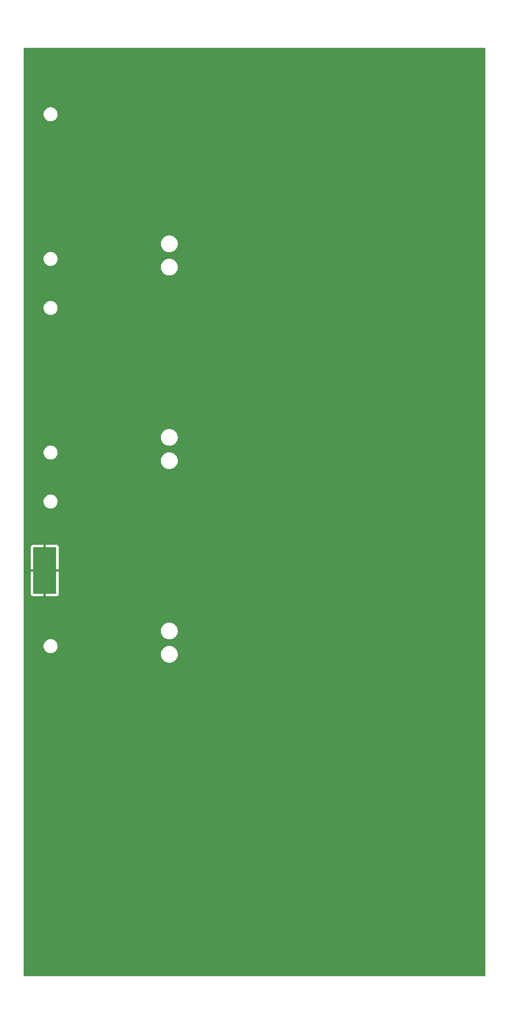
<source format=gbl>
%TF.GenerationSoftware,KiCad,Pcbnew,9.0.7*%
%TF.CreationDate,2026-02-21T19:30:22+01:00*%
%TF.ProjectId,DMH_VCLFO_PANEL,444d485f-5643-44c4-964f-5f50414e454c,rev?*%
%TF.SameCoordinates,Original*%
%TF.FileFunction,Copper,L2,Bot*%
%TF.FilePolarity,Positive*%
%FSLAX46Y46*%
G04 Gerber Fmt 4.6, Leading zero omitted, Abs format (unit mm)*
G04 Created by KiCad (PCBNEW 9.0.7) date 2026-02-21 19:30:22*
%MOMM*%
%LPD*%
G01*
G04 APERTURE LIST*
%TA.AperFunction,ComponentPad*%
%ADD10C,0.500000*%
%TD*%
%TA.AperFunction,ConnectorPad*%
%ADD11C,12.000000*%
%TD*%
%TA.AperFunction,ComponentPad*%
%ADD12C,4.000000*%
%TD*%
%TA.AperFunction,ComponentPad*%
%ADD13C,2.900000*%
%TD*%
%TA.AperFunction,ComponentPad*%
%ADD14C,13.000000*%
%TD*%
%TA.AperFunction,ComponentPad*%
%ADD15O,2.500000X1.500000*%
%TD*%
%TA.AperFunction,SMDPad,CuDef*%
%ADD16R,5.000000X10.000000*%
%TD*%
G04 APERTURE END LIST*
D10*
%TO.P,H30,1,1*%
%TO.N,GND*%
X53050000Y-208750000D03*
X54710000Y-204720000D03*
X54720000Y-212790000D03*
X58750000Y-203050000D03*
D11*
X58750000Y-208750000D03*
D10*
X58750000Y-214450000D03*
X62780000Y-212790000D03*
X62790000Y-204720000D03*
X64450000Y-208750000D03*
%TD*%
D12*
%TO.P,H3,1,1*%
%TO.N,GND*%
X53500000Y-226500000D03*
%TD*%
D10*
%TO.P,H11,1,1*%
%TO.N,GND*%
X135550000Y-171750000D03*
X137210000Y-167720000D03*
X137220000Y-175790000D03*
X141250000Y-166050000D03*
D11*
X141250000Y-171750000D03*
D10*
X141250000Y-177450000D03*
X145280000Y-175790000D03*
X145290000Y-167720000D03*
X146950000Y-171750000D03*
%TD*%
%TO.P,H21,1,1*%
%TO.N,GND*%
X69550000Y-171750000D03*
X71210000Y-167720000D03*
X71220000Y-175790000D03*
X75250000Y-166050000D03*
D11*
X75250000Y-171750000D03*
D10*
X75250000Y-177450000D03*
X79280000Y-175790000D03*
X79290000Y-167720000D03*
X80950000Y-171750000D03*
%TD*%
D13*
%TO.P,H42,1,1*%
%TO.N,GND*%
X124750000Y-87150000D03*
D14*
X124750000Y-93250000D03*
%TD*%
D10*
%TO.P,H33,1,1*%
%TO.N,GND*%
X119050000Y-208750000D03*
X120710000Y-204720000D03*
X120720000Y-212790000D03*
X124750000Y-203050000D03*
D11*
X124750000Y-208750000D03*
D10*
X124750000Y-214450000D03*
X128780000Y-212790000D03*
X128790000Y-204720000D03*
X130450000Y-208750000D03*
%TD*%
D13*
%TO.P,H29,1,1*%
%TO.N,GND*%
X141250000Y-147150000D03*
D14*
X141250000Y-153250000D03*
%TD*%
D10*
%TO.P,H34,1,1*%
%TO.N,GND*%
X135550000Y-208750000D03*
X137210000Y-204720000D03*
X137220000Y-212790000D03*
X141250000Y-203050000D03*
D11*
X141250000Y-208750000D03*
D10*
X141250000Y-214450000D03*
X145280000Y-212790000D03*
X145290000Y-204720000D03*
X146950000Y-208750000D03*
%TD*%
D11*
%TO.P,H13,1,1*%
%TO.N,GND*%
X67000000Y-60750000D03*
D15*
X67000000Y-66750000D03*
%TD*%
D13*
%TO.P,H19,1,1*%
%TO.N,GND*%
X141250000Y-105650000D03*
D14*
X141250000Y-111750000D03*
%TD*%
D13*
%TO.P,H41,1,1*%
%TO.N,GND*%
X124750000Y-45650000D03*
D14*
X124750000Y-51750000D03*
%TD*%
D13*
%TO.P,H27,1,1*%
%TO.N,GND*%
X141250000Y-128650000D03*
D14*
X141250000Y-134750000D03*
%TD*%
D10*
%TO.P,H10,1,1*%
%TO.N,GND*%
X119050000Y-171750000D03*
X120710000Y-167720000D03*
X120720000Y-175790000D03*
X124750000Y-166050000D03*
D11*
X124750000Y-171750000D03*
D10*
X124750000Y-177450000D03*
X128780000Y-175790000D03*
X128790000Y-167720000D03*
X130450000Y-171750000D03*
%TD*%
D11*
%TO.P,H16,1,1*%
%TO.N,GND*%
X100000000Y-102250000D03*
D15*
X100000000Y-108250000D03*
%TD*%
D10*
%TO.P,H22,1,1*%
%TO.N,GND*%
X102550000Y-190250000D03*
X104210000Y-186220000D03*
X104220000Y-194290000D03*
X108250000Y-184550000D03*
D11*
X108250000Y-190250000D03*
D10*
X108250000Y-195950000D03*
X112280000Y-194290000D03*
X112290000Y-186220000D03*
X113950000Y-190250000D03*
%TD*%
%TO.P,H9,1,1*%
%TO.N,GND*%
X102550000Y-171750000D03*
X104210000Y-167720000D03*
X104220000Y-175790000D03*
X108250000Y-166050000D03*
D11*
X108250000Y-171750000D03*
D10*
X108250000Y-177450000D03*
X112280000Y-175790000D03*
X112290000Y-167720000D03*
X113950000Y-171750000D03*
%TD*%
D11*
%TO.P,H26,1,1*%
%TO.N,GND*%
X100000000Y-143750000D03*
D15*
X100000000Y-149750000D03*
%TD*%
D13*
%TO.P,H46,1,1*%
%TO.N,GND*%
X124750000Y-147150000D03*
D14*
X124750000Y-153250000D03*
%TD*%
D11*
%TO.P,H28,1,1*%
%TO.N,GND*%
X67000000Y-143750000D03*
D15*
X67000000Y-149750000D03*
%TD*%
D10*
%TO.P,H20,1,1*%
%TO.N,GND*%
X53050000Y-190250000D03*
X54710000Y-186220000D03*
X54720000Y-194290000D03*
X58750000Y-184550000D03*
D11*
X58750000Y-190250000D03*
D10*
X58750000Y-195950000D03*
X62780000Y-194290000D03*
X62790000Y-186220000D03*
X64450000Y-190250000D03*
%TD*%
D13*
%TO.P,H6,1,1*%
%TO.N,GND*%
X141250000Y-64150000D03*
D14*
X141250000Y-70250000D03*
%TD*%
D10*
%TO.P,H24,1,1*%
%TO.N,GND*%
X135550000Y-190250000D03*
X137210000Y-186220000D03*
X137220000Y-194290000D03*
X141250000Y-184550000D03*
D11*
X141250000Y-190250000D03*
D10*
X141250000Y-195950000D03*
X145280000Y-194290000D03*
X145290000Y-186220000D03*
X146950000Y-190250000D03*
%TD*%
D13*
%TO.P,H45,1,1*%
%TO.N,GND*%
X124750000Y-105650000D03*
D14*
X124750000Y-111750000D03*
%TD*%
D10*
%TO.P,H39,1,1*%
%TO.N,GND*%
X86050000Y-190250000D03*
X87710000Y-186220000D03*
X87720000Y-194290000D03*
X91750000Y-184550000D03*
D11*
X91750000Y-190250000D03*
D10*
X91750000Y-195950000D03*
X95780000Y-194290000D03*
X95790000Y-186220000D03*
X97450000Y-190250000D03*
%TD*%
%TO.P,H8,1,1*%
%TO.N,GND*%
X86050000Y-171750000D03*
X87710000Y-167720000D03*
X87720000Y-175790000D03*
X91750000Y-166050000D03*
D11*
X91750000Y-171750000D03*
D10*
X91750000Y-177450000D03*
X95780000Y-175790000D03*
X95790000Y-167720000D03*
X97450000Y-171750000D03*
%TD*%
%TO.P,H35,1,1*%
%TO.N,GND*%
X69550000Y-208750000D03*
X71210000Y-204720000D03*
X71220000Y-212790000D03*
X75250000Y-203050000D03*
D11*
X75250000Y-208750000D03*
D10*
X75250000Y-214450000D03*
X79280000Y-212790000D03*
X79290000Y-204720000D03*
X80950000Y-208750000D03*
%TD*%
%TO.P,H23,1,1*%
%TO.N,GND*%
X119050000Y-190250000D03*
X120710000Y-186220000D03*
X120720000Y-194290000D03*
X124750000Y-184550000D03*
D11*
X124750000Y-190250000D03*
D10*
X124750000Y-195950000D03*
X128780000Y-194290000D03*
X128790000Y-186220000D03*
X130450000Y-190250000D03*
%TD*%
%TO.P,H5,1,1*%
%TO.N,GND*%
X53050000Y-171750000D03*
X54710000Y-167720000D03*
X54720000Y-175790000D03*
X58750000Y-166050000D03*
D11*
X58750000Y-171750000D03*
D10*
X58750000Y-177450000D03*
X62780000Y-175790000D03*
X62790000Y-167720000D03*
X64450000Y-171750000D03*
%TD*%
D13*
%TO.P,H44,1,1*%
%TO.N,GND*%
X125000000Y-64150000D03*
D14*
X125000000Y-70250000D03*
%TD*%
D10*
%TO.P,H32,1,1*%
%TO.N,GND*%
X102550000Y-208750000D03*
X104210000Y-204720000D03*
X104220000Y-212790000D03*
X108250000Y-203050000D03*
D11*
X108250000Y-208750000D03*
D10*
X108250000Y-214450000D03*
X112280000Y-212790000D03*
X112290000Y-204720000D03*
X113950000Y-208750000D03*
%TD*%
D13*
%TO.P,H7,1,1*%
%TO.N,GND*%
X141250000Y-45650000D03*
D14*
X141250000Y-51750000D03*
%TD*%
D10*
%TO.P,H31,1,1*%
%TO.N,GND*%
X69550000Y-190250000D03*
X71210000Y-186220000D03*
X71220000Y-194290000D03*
X75250000Y-184550000D03*
D11*
X75250000Y-190250000D03*
D10*
X75250000Y-195950000D03*
X79280000Y-194290000D03*
X79290000Y-186220000D03*
X80950000Y-190250000D03*
%TD*%
D12*
%TO.P,H2,1,1*%
%TO.N,GND*%
X146500000Y-33500000D03*
%TD*%
%TO.P,H4,1,1*%
%TO.N,GND*%
X146500000Y-226500000D03*
%TD*%
D13*
%TO.P,H43,1,1*%
%TO.N,GND*%
X124750000Y-128650000D03*
D14*
X124750000Y-134750000D03*
%TD*%
D11*
%TO.P,H12,1,1*%
%TO.N,GND*%
X100000000Y-60750000D03*
D15*
X100000000Y-66750000D03*
%TD*%
D10*
%TO.P,H40,1,1*%
%TO.N,GND*%
X86050000Y-208750000D03*
X87710000Y-204720000D03*
X87720000Y-212790000D03*
X91750000Y-203050000D03*
D11*
X91750000Y-208750000D03*
D10*
X91750000Y-214450000D03*
X95780000Y-212790000D03*
X95790000Y-204720000D03*
X97450000Y-208750000D03*
%TD*%
D12*
%TO.P,H1,1,1*%
%TO.N,GND*%
X53500000Y-33500000D03*
%TD*%
D13*
%TO.P,H17,1,1*%
%TO.N,GND*%
X141250000Y-87150000D03*
D14*
X141250000Y-93250000D03*
%TD*%
D11*
%TO.P,H18,1,1*%
%TO.N,GND*%
X67000000Y-102250000D03*
D15*
X67000000Y-108250000D03*
%TD*%
D16*
%TO.P,J0,1,Pin_1*%
%TO.N,GND*%
X55000000Y-142545670D03*
%TD*%
%TA.AperFunction,Conductor*%
%TO.N,GND*%
G36*
X149442539Y-30520185D02*
G01*
X149488294Y-30572989D01*
X149499500Y-30624500D01*
X149499500Y-229375500D01*
X149479815Y-229442539D01*
X149427011Y-229488294D01*
X149375500Y-229499500D01*
X50624500Y-229499500D01*
X50557461Y-229479815D01*
X50511706Y-229427011D01*
X50500500Y-229375500D01*
X50500500Y-208537814D01*
X53349500Y-208537814D01*
X53349500Y-208558097D01*
X53349500Y-208962186D01*
X53382796Y-209385250D01*
X53449182Y-209804398D01*
X53548250Y-210217045D01*
X53548254Y-210217056D01*
X53679385Y-210620641D01*
X53746000Y-210781463D01*
X53841789Y-211012716D01*
X54034450Y-211390835D01*
X54034457Y-211390848D01*
X54034460Y-211390853D01*
X54057375Y-211428246D01*
X54256184Y-211752672D01*
X54256192Y-211752683D01*
X54256198Y-211752692D01*
X54505617Y-212095989D01*
X54505627Y-212096003D01*
X54628919Y-212240358D01*
X54781231Y-212418692D01*
X55081308Y-212718769D01*
X55081314Y-212718774D01*
X55403996Y-212994372D01*
X55404010Y-212994382D01*
X55611749Y-213145313D01*
X55747328Y-213243816D01*
X55875685Y-213322473D01*
X56109146Y-213465539D01*
X56109151Y-213465542D01*
X56109156Y-213465544D01*
X56109165Y-213465550D01*
X56487284Y-213658211D01*
X56879353Y-213820612D01*
X56879358Y-213820614D01*
X56981979Y-213853957D01*
X57282955Y-213951750D01*
X57695602Y-214050818D01*
X58114750Y-214117204D01*
X58537814Y-214150500D01*
X58537822Y-214150500D01*
X58962178Y-214150500D01*
X58962186Y-214150500D01*
X59385250Y-214117204D01*
X59804398Y-214050818D01*
X60217045Y-213951750D01*
X60620647Y-213820612D01*
X61012716Y-213658211D01*
X61390835Y-213465550D01*
X61752672Y-213243816D01*
X62095997Y-212994377D01*
X62418692Y-212718769D01*
X62718769Y-212418692D01*
X62994377Y-212095997D01*
X63243816Y-211752672D01*
X63465550Y-211390835D01*
X63658211Y-211012716D01*
X63820612Y-210620647D01*
X63951750Y-210217045D01*
X64050818Y-209804398D01*
X64117204Y-209385250D01*
X64150500Y-208962186D01*
X64150500Y-208537814D01*
X69849500Y-208537814D01*
X69849500Y-208558097D01*
X69849500Y-208962186D01*
X69882796Y-209385250D01*
X69949182Y-209804398D01*
X70048250Y-210217045D01*
X70048254Y-210217056D01*
X70179385Y-210620641D01*
X70246000Y-210781463D01*
X70341789Y-211012716D01*
X70534450Y-211390835D01*
X70534457Y-211390848D01*
X70534460Y-211390853D01*
X70557375Y-211428246D01*
X70756184Y-211752672D01*
X70756192Y-211752683D01*
X70756198Y-211752692D01*
X71005617Y-212095989D01*
X71005627Y-212096003D01*
X71128919Y-212240358D01*
X71281231Y-212418692D01*
X71581308Y-212718769D01*
X71581314Y-212718774D01*
X71903996Y-212994372D01*
X71904010Y-212994382D01*
X72111749Y-213145313D01*
X72247328Y-213243816D01*
X72375685Y-213322473D01*
X72609146Y-213465539D01*
X72609151Y-213465542D01*
X72609156Y-213465544D01*
X72609165Y-213465550D01*
X72987284Y-213658211D01*
X73379353Y-213820612D01*
X73379358Y-213820614D01*
X73481979Y-213853957D01*
X73782955Y-213951750D01*
X74195602Y-214050818D01*
X74614750Y-214117204D01*
X75037814Y-214150500D01*
X75037822Y-214150500D01*
X75462178Y-214150500D01*
X75462186Y-214150500D01*
X75885250Y-214117204D01*
X76304398Y-214050818D01*
X76717045Y-213951750D01*
X77120647Y-213820612D01*
X77512716Y-213658211D01*
X77890835Y-213465550D01*
X78252672Y-213243816D01*
X78595997Y-212994377D01*
X78918692Y-212718769D01*
X79218769Y-212418692D01*
X79494377Y-212095997D01*
X79743816Y-211752672D01*
X79965550Y-211390835D01*
X80158211Y-211012716D01*
X80320612Y-210620647D01*
X80451750Y-210217045D01*
X80550818Y-209804398D01*
X80617204Y-209385250D01*
X80650500Y-208962186D01*
X80650500Y-208537814D01*
X86349500Y-208537814D01*
X86349500Y-208558097D01*
X86349500Y-208962186D01*
X86382796Y-209385250D01*
X86449182Y-209804398D01*
X86548250Y-210217045D01*
X86548254Y-210217056D01*
X86679385Y-210620641D01*
X86746000Y-210781463D01*
X86841789Y-211012716D01*
X87034450Y-211390835D01*
X87034457Y-211390848D01*
X87034460Y-211390853D01*
X87057375Y-211428246D01*
X87256184Y-211752672D01*
X87256192Y-211752683D01*
X87256198Y-211752692D01*
X87505617Y-212095989D01*
X87505627Y-212096003D01*
X87628919Y-212240358D01*
X87781231Y-212418692D01*
X88081308Y-212718769D01*
X88081314Y-212718774D01*
X88403996Y-212994372D01*
X88404010Y-212994382D01*
X88611749Y-213145313D01*
X88747328Y-213243816D01*
X88875685Y-213322473D01*
X89109146Y-213465539D01*
X89109151Y-213465542D01*
X89109156Y-213465544D01*
X89109165Y-213465550D01*
X89487284Y-213658211D01*
X89879353Y-213820612D01*
X89879358Y-213820614D01*
X89981979Y-213853957D01*
X90282955Y-213951750D01*
X90695602Y-214050818D01*
X91114750Y-214117204D01*
X91537814Y-214150500D01*
X91537822Y-214150500D01*
X91962178Y-214150500D01*
X91962186Y-214150500D01*
X92385250Y-214117204D01*
X92804398Y-214050818D01*
X93217045Y-213951750D01*
X93620647Y-213820612D01*
X94012716Y-213658211D01*
X94390835Y-213465550D01*
X94752672Y-213243816D01*
X95095997Y-212994377D01*
X95418692Y-212718769D01*
X95718769Y-212418692D01*
X95994377Y-212095997D01*
X96243816Y-211752672D01*
X96465550Y-211390835D01*
X96658211Y-211012716D01*
X96820612Y-210620647D01*
X96951750Y-210217045D01*
X97050818Y-209804398D01*
X97117204Y-209385250D01*
X97150500Y-208962186D01*
X97150500Y-208537814D01*
X102849500Y-208537814D01*
X102849500Y-208558097D01*
X102849500Y-208962186D01*
X102882796Y-209385250D01*
X102949182Y-209804398D01*
X103048250Y-210217045D01*
X103048254Y-210217056D01*
X103179385Y-210620641D01*
X103246000Y-210781463D01*
X103341789Y-211012716D01*
X103534450Y-211390835D01*
X103534457Y-211390848D01*
X103534460Y-211390853D01*
X103557375Y-211428246D01*
X103756184Y-211752672D01*
X103756192Y-211752683D01*
X103756198Y-211752692D01*
X104005617Y-212095989D01*
X104005627Y-212096003D01*
X104128919Y-212240358D01*
X104281231Y-212418692D01*
X104581308Y-212718769D01*
X104581314Y-212718774D01*
X104903996Y-212994372D01*
X104904010Y-212994382D01*
X105111749Y-213145313D01*
X105247328Y-213243816D01*
X105375685Y-213322473D01*
X105609146Y-213465539D01*
X105609151Y-213465542D01*
X105609156Y-213465544D01*
X105609165Y-213465550D01*
X105987284Y-213658211D01*
X106379353Y-213820612D01*
X106379358Y-213820614D01*
X106481979Y-213853957D01*
X106782955Y-213951750D01*
X107195602Y-214050818D01*
X107614750Y-214117204D01*
X108037814Y-214150500D01*
X108037822Y-214150500D01*
X108462178Y-214150500D01*
X108462186Y-214150500D01*
X108885250Y-214117204D01*
X109304398Y-214050818D01*
X109717045Y-213951750D01*
X110120647Y-213820612D01*
X110512716Y-213658211D01*
X110890835Y-213465550D01*
X111252672Y-213243816D01*
X111595997Y-212994377D01*
X111918692Y-212718769D01*
X112218769Y-212418692D01*
X112494377Y-212095997D01*
X112743816Y-211752672D01*
X112965550Y-211390835D01*
X113158211Y-211012716D01*
X113320612Y-210620647D01*
X113451750Y-210217045D01*
X113550818Y-209804398D01*
X113617204Y-209385250D01*
X113650500Y-208962186D01*
X113650500Y-208537814D01*
X119349500Y-208537814D01*
X119349500Y-208558097D01*
X119349500Y-208962186D01*
X119382796Y-209385250D01*
X119449182Y-209804398D01*
X119548250Y-210217045D01*
X119548254Y-210217056D01*
X119679385Y-210620641D01*
X119746000Y-210781463D01*
X119841789Y-211012716D01*
X120034450Y-211390835D01*
X120034457Y-211390848D01*
X120034460Y-211390853D01*
X120057375Y-211428246D01*
X120256184Y-211752672D01*
X120256192Y-211752683D01*
X120256198Y-211752692D01*
X120505617Y-212095989D01*
X120505627Y-212096003D01*
X120628919Y-212240358D01*
X120781231Y-212418692D01*
X121081308Y-212718769D01*
X121081314Y-212718774D01*
X121403996Y-212994372D01*
X121404010Y-212994382D01*
X121611749Y-213145313D01*
X121747328Y-213243816D01*
X121875685Y-213322473D01*
X122109146Y-213465539D01*
X122109151Y-213465542D01*
X122109156Y-213465544D01*
X122109165Y-213465550D01*
X122487284Y-213658211D01*
X122879353Y-213820612D01*
X122879358Y-213820614D01*
X122981979Y-213853957D01*
X123282955Y-213951750D01*
X123695602Y-214050818D01*
X124114750Y-214117204D01*
X124537814Y-214150500D01*
X124537822Y-214150500D01*
X124962178Y-214150500D01*
X124962186Y-214150500D01*
X125385250Y-214117204D01*
X125804398Y-214050818D01*
X126217045Y-213951750D01*
X126620647Y-213820612D01*
X127012716Y-213658211D01*
X127390835Y-213465550D01*
X127752672Y-213243816D01*
X128095997Y-212994377D01*
X128418692Y-212718769D01*
X128718769Y-212418692D01*
X128994377Y-212095997D01*
X129243816Y-211752672D01*
X129465550Y-211390835D01*
X129658211Y-211012716D01*
X129820612Y-210620647D01*
X129951750Y-210217045D01*
X130050818Y-209804398D01*
X130117204Y-209385250D01*
X130150500Y-208962186D01*
X130150500Y-208537814D01*
X135849500Y-208537814D01*
X135849500Y-208558097D01*
X135849500Y-208962186D01*
X135882796Y-209385250D01*
X135949182Y-209804398D01*
X136048250Y-210217045D01*
X136048254Y-210217056D01*
X136179385Y-210620641D01*
X136246000Y-210781463D01*
X136341789Y-211012716D01*
X136534450Y-211390835D01*
X136534457Y-211390848D01*
X136534460Y-211390853D01*
X136557375Y-211428246D01*
X136756184Y-211752672D01*
X136756192Y-211752683D01*
X136756198Y-211752692D01*
X137005617Y-212095989D01*
X137005627Y-212096003D01*
X137128919Y-212240358D01*
X137281231Y-212418692D01*
X137581308Y-212718769D01*
X137581314Y-212718774D01*
X137903996Y-212994372D01*
X137904010Y-212994382D01*
X138111749Y-213145313D01*
X138247328Y-213243816D01*
X138375685Y-213322473D01*
X138609146Y-213465539D01*
X138609151Y-213465542D01*
X138609156Y-213465544D01*
X138609165Y-213465550D01*
X138987284Y-213658211D01*
X139379353Y-213820612D01*
X139379358Y-213820614D01*
X139481979Y-213853957D01*
X139782955Y-213951750D01*
X140195602Y-214050818D01*
X140614750Y-214117204D01*
X141037814Y-214150500D01*
X141037822Y-214150500D01*
X141462178Y-214150500D01*
X141462186Y-214150500D01*
X141885250Y-214117204D01*
X142304398Y-214050818D01*
X142717045Y-213951750D01*
X143120647Y-213820612D01*
X143512716Y-213658211D01*
X143890835Y-213465550D01*
X144252672Y-213243816D01*
X144595997Y-212994377D01*
X144918692Y-212718769D01*
X145218769Y-212418692D01*
X145494377Y-212095997D01*
X145743816Y-211752672D01*
X145965550Y-211390835D01*
X146158211Y-211012716D01*
X146320612Y-210620647D01*
X146451750Y-210217045D01*
X146550818Y-209804398D01*
X146617204Y-209385250D01*
X146650500Y-208962186D01*
X146650500Y-208537814D01*
X146617204Y-208114750D01*
X146550818Y-207695602D01*
X146451750Y-207282955D01*
X146320612Y-206879353D01*
X146158211Y-206487284D01*
X145965550Y-206109165D01*
X145965544Y-206109156D01*
X145965542Y-206109151D01*
X145965539Y-206109146D01*
X145743823Y-205747340D01*
X145743816Y-205747328D01*
X145494377Y-205404003D01*
X145494372Y-205403996D01*
X145218774Y-205081314D01*
X145218769Y-205081308D01*
X144918692Y-204781231D01*
X144918685Y-204781225D01*
X144596003Y-204505627D01*
X144595989Y-204505617D01*
X144252692Y-204256198D01*
X144252683Y-204256192D01*
X144252672Y-204256184D01*
X144252659Y-204256176D01*
X143890853Y-204034460D01*
X143890848Y-204034457D01*
X143890838Y-204034452D01*
X143890835Y-204034450D01*
X143512716Y-203841789D01*
X143512702Y-203841783D01*
X143120641Y-203679385D01*
X142833478Y-203586081D01*
X142717045Y-203548250D01*
X142304398Y-203449182D01*
X141885250Y-203382796D01*
X141462191Y-203349500D01*
X141462186Y-203349500D01*
X141037814Y-203349500D01*
X141037808Y-203349500D01*
X140614749Y-203382796D01*
X140614748Y-203382796D01*
X140195607Y-203449181D01*
X140195604Y-203449181D01*
X140195602Y-203449182D01*
X140047817Y-203484661D01*
X139782966Y-203548247D01*
X139782960Y-203548248D01*
X139782955Y-203548250D01*
X139782943Y-203548254D01*
X139379358Y-203679385D01*
X138987297Y-203841783D01*
X138987284Y-203841789D01*
X138609151Y-204034457D01*
X138609146Y-204034460D01*
X138247340Y-204256176D01*
X138247307Y-204256198D01*
X137904010Y-204505617D01*
X137903996Y-204505627D01*
X137581314Y-204781225D01*
X137581300Y-204781238D01*
X137281238Y-205081300D01*
X137281225Y-205081314D01*
X137005627Y-205403996D01*
X137005617Y-205404010D01*
X136756198Y-205747307D01*
X136756176Y-205747340D01*
X136534460Y-206109146D01*
X136534457Y-206109151D01*
X136341789Y-206487284D01*
X136341783Y-206487297D01*
X136179385Y-206879358D01*
X136048254Y-207282943D01*
X136048247Y-207282966D01*
X135949181Y-207695607D01*
X135933000Y-207797774D01*
X135882796Y-208114750D01*
X135849500Y-208537814D01*
X130150500Y-208537814D01*
X130117204Y-208114750D01*
X130050818Y-207695602D01*
X129951750Y-207282955D01*
X129820612Y-206879353D01*
X129658211Y-206487284D01*
X129465550Y-206109165D01*
X129465544Y-206109156D01*
X129465542Y-206109151D01*
X129465539Y-206109146D01*
X129243823Y-205747340D01*
X129243816Y-205747328D01*
X128994377Y-205404003D01*
X128994372Y-205403996D01*
X128718774Y-205081314D01*
X128718769Y-205081308D01*
X128418692Y-204781231D01*
X128418685Y-204781225D01*
X128096003Y-204505627D01*
X128095989Y-204505617D01*
X127752692Y-204256198D01*
X127752683Y-204256192D01*
X127752672Y-204256184D01*
X127752659Y-204256176D01*
X127390853Y-204034460D01*
X127390848Y-204034457D01*
X127390838Y-204034452D01*
X127390835Y-204034450D01*
X127012716Y-203841789D01*
X127012702Y-203841783D01*
X126620641Y-203679385D01*
X126333478Y-203586081D01*
X126217045Y-203548250D01*
X125804398Y-203449182D01*
X125385250Y-203382796D01*
X124962191Y-203349500D01*
X124962186Y-203349500D01*
X124537814Y-203349500D01*
X124537808Y-203349500D01*
X124114749Y-203382796D01*
X124114748Y-203382796D01*
X123695607Y-203449181D01*
X123695604Y-203449181D01*
X123695602Y-203449182D01*
X123547817Y-203484661D01*
X123282966Y-203548247D01*
X123282960Y-203548248D01*
X123282955Y-203548250D01*
X123282943Y-203548254D01*
X122879358Y-203679385D01*
X122487297Y-203841783D01*
X122487284Y-203841789D01*
X122109151Y-204034457D01*
X122109146Y-204034460D01*
X121747340Y-204256176D01*
X121747307Y-204256198D01*
X121404010Y-204505617D01*
X121403996Y-204505627D01*
X121081314Y-204781225D01*
X121081300Y-204781238D01*
X120781238Y-205081300D01*
X120781225Y-205081314D01*
X120505627Y-205403996D01*
X120505617Y-205404010D01*
X120256198Y-205747307D01*
X120256176Y-205747340D01*
X120034460Y-206109146D01*
X120034457Y-206109151D01*
X119841789Y-206487284D01*
X119841783Y-206487297D01*
X119679385Y-206879358D01*
X119548254Y-207282943D01*
X119548247Y-207282966D01*
X119449181Y-207695607D01*
X119433000Y-207797774D01*
X119382796Y-208114750D01*
X119349500Y-208537814D01*
X113650500Y-208537814D01*
X113617204Y-208114750D01*
X113550818Y-207695602D01*
X113451750Y-207282955D01*
X113320612Y-206879353D01*
X113158211Y-206487284D01*
X112965550Y-206109165D01*
X112965544Y-206109156D01*
X112965542Y-206109151D01*
X112965539Y-206109146D01*
X112743823Y-205747340D01*
X112743816Y-205747328D01*
X112494377Y-205404003D01*
X112494372Y-205403996D01*
X112218774Y-205081314D01*
X112218769Y-205081308D01*
X111918692Y-204781231D01*
X111918685Y-204781225D01*
X111596003Y-204505627D01*
X111595989Y-204505617D01*
X111252692Y-204256198D01*
X111252683Y-204256192D01*
X111252672Y-204256184D01*
X111252659Y-204256176D01*
X110890853Y-204034460D01*
X110890848Y-204034457D01*
X110890838Y-204034452D01*
X110890835Y-204034450D01*
X110512716Y-203841789D01*
X110512702Y-203841783D01*
X110120641Y-203679385D01*
X109833478Y-203586081D01*
X109717045Y-203548250D01*
X109304398Y-203449182D01*
X108885250Y-203382796D01*
X108462191Y-203349500D01*
X108462186Y-203349500D01*
X108037814Y-203349500D01*
X108037808Y-203349500D01*
X107614749Y-203382796D01*
X107614748Y-203382796D01*
X107195607Y-203449181D01*
X107195604Y-203449181D01*
X107195602Y-203449182D01*
X107047817Y-203484661D01*
X106782966Y-203548247D01*
X106782960Y-203548248D01*
X106782955Y-203548250D01*
X106782943Y-203548254D01*
X106379358Y-203679385D01*
X105987297Y-203841783D01*
X105987284Y-203841789D01*
X105609151Y-204034457D01*
X105609146Y-204034460D01*
X105247340Y-204256176D01*
X105247307Y-204256198D01*
X104904010Y-204505617D01*
X104903996Y-204505627D01*
X104581314Y-204781225D01*
X104581300Y-204781238D01*
X104281238Y-205081300D01*
X104281225Y-205081314D01*
X104005627Y-205403996D01*
X104005617Y-205404010D01*
X103756198Y-205747307D01*
X103756176Y-205747340D01*
X103534460Y-206109146D01*
X103534457Y-206109151D01*
X103341789Y-206487284D01*
X103341783Y-206487297D01*
X103179385Y-206879358D01*
X103048254Y-207282943D01*
X103048247Y-207282966D01*
X102949181Y-207695607D01*
X102933000Y-207797774D01*
X102882796Y-208114750D01*
X102849500Y-208537814D01*
X97150500Y-208537814D01*
X97117204Y-208114750D01*
X97050818Y-207695602D01*
X96951750Y-207282955D01*
X96820612Y-206879353D01*
X96658211Y-206487284D01*
X96465550Y-206109165D01*
X96465544Y-206109156D01*
X96465542Y-206109151D01*
X96465539Y-206109146D01*
X96243823Y-205747340D01*
X96243816Y-205747328D01*
X95994377Y-205404003D01*
X95994372Y-205403996D01*
X95718774Y-205081314D01*
X95718769Y-205081308D01*
X95418692Y-204781231D01*
X95418685Y-204781225D01*
X95096003Y-204505627D01*
X95095989Y-204505617D01*
X94752692Y-204256198D01*
X94752683Y-204256192D01*
X94752672Y-204256184D01*
X94752659Y-204256176D01*
X94390853Y-204034460D01*
X94390848Y-204034457D01*
X94390838Y-204034452D01*
X94390835Y-204034450D01*
X94012716Y-203841789D01*
X94012702Y-203841783D01*
X93620641Y-203679385D01*
X93333478Y-203586081D01*
X93217045Y-203548250D01*
X92804398Y-203449182D01*
X92385250Y-203382796D01*
X91962191Y-203349500D01*
X91962186Y-203349500D01*
X91537814Y-203349500D01*
X91537808Y-203349500D01*
X91114749Y-203382796D01*
X91114748Y-203382796D01*
X90695607Y-203449181D01*
X90695604Y-203449181D01*
X90695602Y-203449182D01*
X90547817Y-203484661D01*
X90282966Y-203548247D01*
X90282960Y-203548248D01*
X90282955Y-203548250D01*
X90282943Y-203548254D01*
X89879358Y-203679385D01*
X89487297Y-203841783D01*
X89487284Y-203841789D01*
X89109151Y-204034457D01*
X89109146Y-204034460D01*
X88747340Y-204256176D01*
X88747307Y-204256198D01*
X88404010Y-204505617D01*
X88403996Y-204505627D01*
X88081314Y-204781225D01*
X88081300Y-204781238D01*
X87781238Y-205081300D01*
X87781225Y-205081314D01*
X87505627Y-205403996D01*
X87505617Y-205404010D01*
X87256198Y-205747307D01*
X87256176Y-205747340D01*
X87034460Y-206109146D01*
X87034457Y-206109151D01*
X86841789Y-206487284D01*
X86841783Y-206487297D01*
X86679385Y-206879358D01*
X86548254Y-207282943D01*
X86548247Y-207282966D01*
X86449181Y-207695607D01*
X86433000Y-207797774D01*
X86382796Y-208114750D01*
X86349500Y-208537814D01*
X80650500Y-208537814D01*
X80617204Y-208114750D01*
X80550818Y-207695602D01*
X80451750Y-207282955D01*
X80320612Y-206879353D01*
X80158211Y-206487284D01*
X79965550Y-206109165D01*
X79965544Y-206109156D01*
X79965542Y-206109151D01*
X79965539Y-206109146D01*
X79743823Y-205747340D01*
X79743816Y-205747328D01*
X79494377Y-205404003D01*
X79494372Y-205403996D01*
X79218774Y-205081314D01*
X79218769Y-205081308D01*
X78918692Y-204781231D01*
X78918685Y-204781225D01*
X78596003Y-204505627D01*
X78595989Y-204505617D01*
X78252692Y-204256198D01*
X78252683Y-204256192D01*
X78252672Y-204256184D01*
X78252659Y-204256176D01*
X77890853Y-204034460D01*
X77890848Y-204034457D01*
X77890838Y-204034452D01*
X77890835Y-204034450D01*
X77512716Y-203841789D01*
X77512702Y-203841783D01*
X77120641Y-203679385D01*
X76833478Y-203586081D01*
X76717045Y-203548250D01*
X76304398Y-203449182D01*
X75885250Y-203382796D01*
X75462191Y-203349500D01*
X75462186Y-203349500D01*
X75037814Y-203349500D01*
X75037808Y-203349500D01*
X74614749Y-203382796D01*
X74614748Y-203382796D01*
X74195607Y-203449181D01*
X74195604Y-203449181D01*
X74195602Y-203449182D01*
X74047817Y-203484661D01*
X73782966Y-203548247D01*
X73782960Y-203548248D01*
X73782955Y-203548250D01*
X73782943Y-203548254D01*
X73379358Y-203679385D01*
X72987297Y-203841783D01*
X72987284Y-203841789D01*
X72609151Y-204034457D01*
X72609146Y-204034460D01*
X72247340Y-204256176D01*
X72247307Y-204256198D01*
X71904010Y-204505617D01*
X71903996Y-204505627D01*
X71581314Y-204781225D01*
X71581300Y-204781238D01*
X71281238Y-205081300D01*
X71281225Y-205081314D01*
X71005627Y-205403996D01*
X71005617Y-205404010D01*
X70756198Y-205747307D01*
X70756176Y-205747340D01*
X70534460Y-206109146D01*
X70534457Y-206109151D01*
X70341789Y-206487284D01*
X70341783Y-206487297D01*
X70179385Y-206879358D01*
X70048254Y-207282943D01*
X70048247Y-207282966D01*
X69949181Y-207695607D01*
X69933000Y-207797774D01*
X69882796Y-208114750D01*
X69849500Y-208537814D01*
X64150500Y-208537814D01*
X64117204Y-208114750D01*
X64050818Y-207695602D01*
X63951750Y-207282955D01*
X63820612Y-206879353D01*
X63658211Y-206487284D01*
X63465550Y-206109165D01*
X63465544Y-206109156D01*
X63465542Y-206109151D01*
X63465539Y-206109146D01*
X63243823Y-205747340D01*
X63243816Y-205747328D01*
X62994377Y-205404003D01*
X62994372Y-205403996D01*
X62718774Y-205081314D01*
X62718769Y-205081308D01*
X62418692Y-204781231D01*
X62418685Y-204781225D01*
X62096003Y-204505627D01*
X62095989Y-204505617D01*
X61752692Y-204256198D01*
X61752683Y-204256192D01*
X61752672Y-204256184D01*
X61752659Y-204256176D01*
X61390853Y-204034460D01*
X61390848Y-204034457D01*
X61390838Y-204034452D01*
X61390835Y-204034450D01*
X61012716Y-203841789D01*
X61012702Y-203841783D01*
X60620641Y-203679385D01*
X60333478Y-203586081D01*
X60217045Y-203548250D01*
X59804398Y-203449182D01*
X59385250Y-203382796D01*
X58962191Y-203349500D01*
X58962186Y-203349500D01*
X58537814Y-203349500D01*
X58537808Y-203349500D01*
X58114749Y-203382796D01*
X58114748Y-203382796D01*
X57695607Y-203449181D01*
X57695604Y-203449181D01*
X57695602Y-203449182D01*
X57547817Y-203484661D01*
X57282966Y-203548247D01*
X57282960Y-203548248D01*
X57282955Y-203548250D01*
X57282943Y-203548254D01*
X56879358Y-203679385D01*
X56487297Y-203841783D01*
X56487284Y-203841789D01*
X56109151Y-204034457D01*
X56109146Y-204034460D01*
X55747340Y-204256176D01*
X55747307Y-204256198D01*
X55404010Y-204505617D01*
X55403996Y-204505627D01*
X55081314Y-204781225D01*
X55081300Y-204781238D01*
X54781238Y-205081300D01*
X54781225Y-205081314D01*
X54505627Y-205403996D01*
X54505617Y-205404010D01*
X54256198Y-205747307D01*
X54256176Y-205747340D01*
X54034460Y-206109146D01*
X54034457Y-206109151D01*
X53841789Y-206487284D01*
X53841783Y-206487297D01*
X53679385Y-206879358D01*
X53548254Y-207282943D01*
X53548247Y-207282966D01*
X53449181Y-207695607D01*
X53433000Y-207797774D01*
X53382796Y-208114750D01*
X53349500Y-208537814D01*
X50500500Y-208537814D01*
X50500500Y-190037814D01*
X53349500Y-190037814D01*
X53349500Y-190058097D01*
X53349500Y-190462186D01*
X53382796Y-190885250D01*
X53449182Y-191304398D01*
X53548250Y-191717045D01*
X53548254Y-191717056D01*
X53679385Y-192120641D01*
X53746000Y-192281463D01*
X53841789Y-192512716D01*
X54034450Y-192890835D01*
X54034457Y-192890848D01*
X54034460Y-192890853D01*
X54057375Y-192928246D01*
X54256184Y-193252672D01*
X54256192Y-193252683D01*
X54256198Y-193252692D01*
X54505617Y-193595989D01*
X54505627Y-193596003D01*
X54628919Y-193740358D01*
X54781231Y-193918692D01*
X55081308Y-194218769D01*
X55081314Y-194218774D01*
X55403996Y-194494372D01*
X55404010Y-194494382D01*
X55611749Y-194645313D01*
X55747328Y-194743816D01*
X55875685Y-194822473D01*
X56109146Y-194965539D01*
X56109151Y-194965542D01*
X56109156Y-194965544D01*
X56109165Y-194965550D01*
X56487284Y-195158211D01*
X56879353Y-195320612D01*
X56879358Y-195320614D01*
X56981979Y-195353957D01*
X57282955Y-195451750D01*
X57695602Y-195550818D01*
X58114750Y-195617204D01*
X58537814Y-195650500D01*
X58537822Y-195650500D01*
X58962178Y-195650500D01*
X58962186Y-195650500D01*
X59385250Y-195617204D01*
X59804398Y-195550818D01*
X60217045Y-195451750D01*
X60620647Y-195320612D01*
X61012716Y-195158211D01*
X61390835Y-194965550D01*
X61752672Y-194743816D01*
X62095997Y-194494377D01*
X62418692Y-194218769D01*
X62718769Y-193918692D01*
X62994377Y-193595997D01*
X63243816Y-193252672D01*
X63465550Y-192890835D01*
X63658211Y-192512716D01*
X63820612Y-192120647D01*
X63951750Y-191717045D01*
X64050818Y-191304398D01*
X64117204Y-190885250D01*
X64150500Y-190462186D01*
X64150500Y-190037814D01*
X69849500Y-190037814D01*
X69849500Y-190058097D01*
X69849500Y-190462186D01*
X69882796Y-190885250D01*
X69949182Y-191304398D01*
X70048250Y-191717045D01*
X70048254Y-191717056D01*
X70179385Y-192120641D01*
X70246000Y-192281463D01*
X70341789Y-192512716D01*
X70534450Y-192890835D01*
X70534457Y-192890848D01*
X70534460Y-192890853D01*
X70557375Y-192928246D01*
X70756184Y-193252672D01*
X70756192Y-193252683D01*
X70756198Y-193252692D01*
X71005617Y-193595989D01*
X71005627Y-193596003D01*
X71128919Y-193740358D01*
X71281231Y-193918692D01*
X71581308Y-194218769D01*
X71581314Y-194218774D01*
X71903996Y-194494372D01*
X71904010Y-194494382D01*
X72111749Y-194645313D01*
X72247328Y-194743816D01*
X72375685Y-194822473D01*
X72609146Y-194965539D01*
X72609151Y-194965542D01*
X72609156Y-194965544D01*
X72609165Y-194965550D01*
X72987284Y-195158211D01*
X73379353Y-195320612D01*
X73379358Y-195320614D01*
X73481979Y-195353957D01*
X73782955Y-195451750D01*
X74195602Y-195550818D01*
X74614750Y-195617204D01*
X75037814Y-195650500D01*
X75037822Y-195650500D01*
X75462178Y-195650500D01*
X75462186Y-195650500D01*
X75885250Y-195617204D01*
X76304398Y-195550818D01*
X76717045Y-195451750D01*
X77120647Y-195320612D01*
X77512716Y-195158211D01*
X77890835Y-194965550D01*
X78252672Y-194743816D01*
X78595997Y-194494377D01*
X78918692Y-194218769D01*
X79218769Y-193918692D01*
X79494377Y-193595997D01*
X79743816Y-193252672D01*
X79965550Y-192890835D01*
X80158211Y-192512716D01*
X80320612Y-192120647D01*
X80451750Y-191717045D01*
X80550818Y-191304398D01*
X80617204Y-190885250D01*
X80650500Y-190462186D01*
X80650500Y-190037814D01*
X86349500Y-190037814D01*
X86349500Y-190058097D01*
X86349500Y-190462186D01*
X86382796Y-190885250D01*
X86449182Y-191304398D01*
X86548250Y-191717045D01*
X86548254Y-191717056D01*
X86679385Y-192120641D01*
X86746000Y-192281463D01*
X86841789Y-192512716D01*
X87034450Y-192890835D01*
X87034457Y-192890848D01*
X87034460Y-192890853D01*
X87057375Y-192928246D01*
X87256184Y-193252672D01*
X87256192Y-193252683D01*
X87256198Y-193252692D01*
X87505617Y-193595989D01*
X87505627Y-193596003D01*
X87628919Y-193740358D01*
X87781231Y-193918692D01*
X88081308Y-194218769D01*
X88081314Y-194218774D01*
X88403996Y-194494372D01*
X88404010Y-194494382D01*
X88611749Y-194645313D01*
X88747328Y-194743816D01*
X88875685Y-194822473D01*
X89109146Y-194965539D01*
X89109151Y-194965542D01*
X89109156Y-194965544D01*
X89109165Y-194965550D01*
X89487284Y-195158211D01*
X89879353Y-195320612D01*
X89879358Y-195320614D01*
X89981979Y-195353957D01*
X90282955Y-195451750D01*
X90695602Y-195550818D01*
X91114750Y-195617204D01*
X91537814Y-195650500D01*
X91537822Y-195650500D01*
X91962178Y-195650500D01*
X91962186Y-195650500D01*
X92385250Y-195617204D01*
X92804398Y-195550818D01*
X93217045Y-195451750D01*
X93620647Y-195320612D01*
X94012716Y-195158211D01*
X94390835Y-194965550D01*
X94752672Y-194743816D01*
X95095997Y-194494377D01*
X95418692Y-194218769D01*
X95718769Y-193918692D01*
X95994377Y-193595997D01*
X96243816Y-193252672D01*
X96465550Y-192890835D01*
X96658211Y-192512716D01*
X96820612Y-192120647D01*
X96951750Y-191717045D01*
X97050818Y-191304398D01*
X97117204Y-190885250D01*
X97150500Y-190462186D01*
X97150500Y-190037814D01*
X102849500Y-190037814D01*
X102849500Y-190058097D01*
X102849500Y-190462186D01*
X102882796Y-190885250D01*
X102949182Y-191304398D01*
X103048250Y-191717045D01*
X103048254Y-191717056D01*
X103179385Y-192120641D01*
X103246000Y-192281463D01*
X103341789Y-192512716D01*
X103534450Y-192890835D01*
X103534457Y-192890848D01*
X103534460Y-192890853D01*
X103557375Y-192928246D01*
X103756184Y-193252672D01*
X103756192Y-193252683D01*
X103756198Y-193252692D01*
X104005617Y-193595989D01*
X104005627Y-193596003D01*
X104128919Y-193740358D01*
X104281231Y-193918692D01*
X104581308Y-194218769D01*
X104581314Y-194218774D01*
X104903996Y-194494372D01*
X104904010Y-194494382D01*
X105111749Y-194645313D01*
X105247328Y-194743816D01*
X105375685Y-194822473D01*
X105609146Y-194965539D01*
X105609151Y-194965542D01*
X105609156Y-194965544D01*
X105609165Y-194965550D01*
X105987284Y-195158211D01*
X106379353Y-195320612D01*
X106379358Y-195320614D01*
X106481979Y-195353957D01*
X106782955Y-195451750D01*
X107195602Y-195550818D01*
X107614750Y-195617204D01*
X108037814Y-195650500D01*
X108037822Y-195650500D01*
X108462178Y-195650500D01*
X108462186Y-195650500D01*
X108885250Y-195617204D01*
X109304398Y-195550818D01*
X109717045Y-195451750D01*
X110120647Y-195320612D01*
X110512716Y-195158211D01*
X110890835Y-194965550D01*
X111252672Y-194743816D01*
X111595997Y-194494377D01*
X111918692Y-194218769D01*
X112218769Y-193918692D01*
X112494377Y-193595997D01*
X112743816Y-193252672D01*
X112965550Y-192890835D01*
X113158211Y-192512716D01*
X113320612Y-192120647D01*
X113451750Y-191717045D01*
X113550818Y-191304398D01*
X113617204Y-190885250D01*
X113650500Y-190462186D01*
X113650500Y-190037814D01*
X119349500Y-190037814D01*
X119349500Y-190058097D01*
X119349500Y-190462186D01*
X119382796Y-190885250D01*
X119449182Y-191304398D01*
X119548250Y-191717045D01*
X119548254Y-191717056D01*
X119679385Y-192120641D01*
X119746000Y-192281463D01*
X119841789Y-192512716D01*
X120034450Y-192890835D01*
X120034457Y-192890848D01*
X120034460Y-192890853D01*
X120057375Y-192928246D01*
X120256184Y-193252672D01*
X120256192Y-193252683D01*
X120256198Y-193252692D01*
X120505617Y-193595989D01*
X120505627Y-193596003D01*
X120628919Y-193740358D01*
X120781231Y-193918692D01*
X121081308Y-194218769D01*
X121081314Y-194218774D01*
X121403996Y-194494372D01*
X121404010Y-194494382D01*
X121611749Y-194645313D01*
X121747328Y-194743816D01*
X121875685Y-194822473D01*
X122109146Y-194965539D01*
X122109151Y-194965542D01*
X122109156Y-194965544D01*
X122109165Y-194965550D01*
X122487284Y-195158211D01*
X122879353Y-195320612D01*
X122879358Y-195320614D01*
X122981979Y-195353957D01*
X123282955Y-195451750D01*
X123695602Y-195550818D01*
X124114750Y-195617204D01*
X124537814Y-195650500D01*
X124537822Y-195650500D01*
X124962178Y-195650500D01*
X124962186Y-195650500D01*
X125385250Y-195617204D01*
X125804398Y-195550818D01*
X126217045Y-195451750D01*
X126620647Y-195320612D01*
X127012716Y-195158211D01*
X127390835Y-194965550D01*
X127752672Y-194743816D01*
X128095997Y-194494377D01*
X128418692Y-194218769D01*
X128718769Y-193918692D01*
X128994377Y-193595997D01*
X129243816Y-193252672D01*
X129465550Y-192890835D01*
X129658211Y-192512716D01*
X129820612Y-192120647D01*
X129951750Y-191717045D01*
X130050818Y-191304398D01*
X130117204Y-190885250D01*
X130150500Y-190462186D01*
X130150500Y-190037814D01*
X135849500Y-190037814D01*
X135849500Y-190058097D01*
X135849500Y-190462186D01*
X135882796Y-190885250D01*
X135949182Y-191304398D01*
X136048250Y-191717045D01*
X136048254Y-191717056D01*
X136179385Y-192120641D01*
X136246000Y-192281463D01*
X136341789Y-192512716D01*
X136534450Y-192890835D01*
X136534457Y-192890848D01*
X136534460Y-192890853D01*
X136557375Y-192928246D01*
X136756184Y-193252672D01*
X136756192Y-193252683D01*
X136756198Y-193252692D01*
X137005617Y-193595989D01*
X137005627Y-193596003D01*
X137128919Y-193740358D01*
X137281231Y-193918692D01*
X137581308Y-194218769D01*
X137581314Y-194218774D01*
X137903996Y-194494372D01*
X137904010Y-194494382D01*
X138111749Y-194645313D01*
X138247328Y-194743816D01*
X138375685Y-194822473D01*
X138609146Y-194965539D01*
X138609151Y-194965542D01*
X138609156Y-194965544D01*
X138609165Y-194965550D01*
X138987284Y-195158211D01*
X139379353Y-195320612D01*
X139379358Y-195320614D01*
X139481979Y-195353957D01*
X139782955Y-195451750D01*
X140195602Y-195550818D01*
X140614750Y-195617204D01*
X141037814Y-195650500D01*
X141037822Y-195650500D01*
X141462178Y-195650500D01*
X141462186Y-195650500D01*
X141885250Y-195617204D01*
X142304398Y-195550818D01*
X142717045Y-195451750D01*
X143120647Y-195320612D01*
X143512716Y-195158211D01*
X143890835Y-194965550D01*
X144252672Y-194743816D01*
X144595997Y-194494377D01*
X144918692Y-194218769D01*
X145218769Y-193918692D01*
X145494377Y-193595997D01*
X145743816Y-193252672D01*
X145965550Y-192890835D01*
X146158211Y-192512716D01*
X146320612Y-192120647D01*
X146451750Y-191717045D01*
X146550818Y-191304398D01*
X146617204Y-190885250D01*
X146650500Y-190462186D01*
X146650500Y-190037814D01*
X146617204Y-189614750D01*
X146550818Y-189195602D01*
X146451750Y-188782955D01*
X146320612Y-188379353D01*
X146158211Y-187987284D01*
X145965550Y-187609165D01*
X145965544Y-187609156D01*
X145965542Y-187609151D01*
X145965539Y-187609146D01*
X145743823Y-187247340D01*
X145743816Y-187247328D01*
X145494377Y-186904003D01*
X145494372Y-186903996D01*
X145218774Y-186581314D01*
X145218769Y-186581308D01*
X144918692Y-186281231D01*
X144918685Y-186281225D01*
X144596003Y-186005627D01*
X144595989Y-186005617D01*
X144252692Y-185756198D01*
X144252683Y-185756192D01*
X144252672Y-185756184D01*
X144252659Y-185756176D01*
X143890853Y-185534460D01*
X143890848Y-185534457D01*
X143890838Y-185534452D01*
X143890835Y-185534450D01*
X143512716Y-185341789D01*
X143512702Y-185341783D01*
X143120641Y-185179385D01*
X142833478Y-185086081D01*
X142717045Y-185048250D01*
X142304398Y-184949182D01*
X141885250Y-184882796D01*
X141462191Y-184849500D01*
X141462186Y-184849500D01*
X141037814Y-184849500D01*
X141037808Y-184849500D01*
X140614749Y-184882796D01*
X140614748Y-184882796D01*
X140195607Y-184949181D01*
X140195604Y-184949181D01*
X140195602Y-184949182D01*
X140047817Y-184984661D01*
X139782966Y-185048247D01*
X139782960Y-185048248D01*
X139782955Y-185048250D01*
X139782943Y-185048254D01*
X139379358Y-185179385D01*
X138987297Y-185341783D01*
X138987284Y-185341789D01*
X138609151Y-185534457D01*
X138609146Y-185534460D01*
X138247340Y-185756176D01*
X138247307Y-185756198D01*
X137904010Y-186005617D01*
X137903996Y-186005627D01*
X137581314Y-186281225D01*
X137581300Y-186281238D01*
X137281238Y-186581300D01*
X137281225Y-186581314D01*
X137005627Y-186903996D01*
X137005617Y-186904010D01*
X136756198Y-187247307D01*
X136756176Y-187247340D01*
X136534460Y-187609146D01*
X136534457Y-187609151D01*
X136341789Y-187987284D01*
X136341783Y-187987297D01*
X136179385Y-188379358D01*
X136048254Y-188782943D01*
X136048247Y-188782966D01*
X135949181Y-189195607D01*
X135933000Y-189297774D01*
X135882796Y-189614750D01*
X135849500Y-190037814D01*
X130150500Y-190037814D01*
X130117204Y-189614750D01*
X130050818Y-189195602D01*
X129951750Y-188782955D01*
X129820612Y-188379353D01*
X129658211Y-187987284D01*
X129465550Y-187609165D01*
X129465544Y-187609156D01*
X129465542Y-187609151D01*
X129465539Y-187609146D01*
X129243823Y-187247340D01*
X129243816Y-187247328D01*
X128994377Y-186904003D01*
X128994372Y-186903996D01*
X128718774Y-186581314D01*
X128718769Y-186581308D01*
X128418692Y-186281231D01*
X128418685Y-186281225D01*
X128096003Y-186005627D01*
X128095989Y-186005617D01*
X127752692Y-185756198D01*
X127752683Y-185756192D01*
X127752672Y-185756184D01*
X127752659Y-185756176D01*
X127390853Y-185534460D01*
X127390848Y-185534457D01*
X127390838Y-185534452D01*
X127390835Y-185534450D01*
X127012716Y-185341789D01*
X127012702Y-185341783D01*
X126620641Y-185179385D01*
X126333478Y-185086081D01*
X126217045Y-185048250D01*
X125804398Y-184949182D01*
X125385250Y-184882796D01*
X124962191Y-184849500D01*
X124962186Y-184849500D01*
X124537814Y-184849500D01*
X124537808Y-184849500D01*
X124114749Y-184882796D01*
X124114748Y-184882796D01*
X123695607Y-184949181D01*
X123695604Y-184949181D01*
X123695602Y-184949182D01*
X123547817Y-184984661D01*
X123282966Y-185048247D01*
X123282960Y-185048248D01*
X123282955Y-185048250D01*
X123282943Y-185048254D01*
X122879358Y-185179385D01*
X122487297Y-185341783D01*
X122487284Y-185341789D01*
X122109151Y-185534457D01*
X122109146Y-185534460D01*
X121747340Y-185756176D01*
X121747307Y-185756198D01*
X121404010Y-186005617D01*
X121403996Y-186005627D01*
X121081314Y-186281225D01*
X121081300Y-186281238D01*
X120781238Y-186581300D01*
X120781225Y-186581314D01*
X120505627Y-186903996D01*
X120505617Y-186904010D01*
X120256198Y-187247307D01*
X120256176Y-187247340D01*
X120034460Y-187609146D01*
X120034457Y-187609151D01*
X119841789Y-187987284D01*
X119841783Y-187987297D01*
X119679385Y-188379358D01*
X119548254Y-188782943D01*
X119548247Y-188782966D01*
X119449181Y-189195607D01*
X119433000Y-189297774D01*
X119382796Y-189614750D01*
X119349500Y-190037814D01*
X113650500Y-190037814D01*
X113617204Y-189614750D01*
X113550818Y-189195602D01*
X113451750Y-188782955D01*
X113320612Y-188379353D01*
X113158211Y-187987284D01*
X112965550Y-187609165D01*
X112965544Y-187609156D01*
X112965542Y-187609151D01*
X112965539Y-187609146D01*
X112743823Y-187247340D01*
X112743816Y-187247328D01*
X112494377Y-186904003D01*
X112494372Y-186903996D01*
X112218774Y-186581314D01*
X112218769Y-186581308D01*
X111918692Y-186281231D01*
X111918685Y-186281225D01*
X111596003Y-186005627D01*
X111595989Y-186005617D01*
X111252692Y-185756198D01*
X111252683Y-185756192D01*
X111252672Y-185756184D01*
X111252659Y-185756176D01*
X110890853Y-185534460D01*
X110890848Y-185534457D01*
X110890838Y-185534452D01*
X110890835Y-185534450D01*
X110512716Y-185341789D01*
X110512702Y-185341783D01*
X110120641Y-185179385D01*
X109833478Y-185086081D01*
X109717045Y-185048250D01*
X109304398Y-184949182D01*
X108885250Y-184882796D01*
X108462191Y-184849500D01*
X108462186Y-184849500D01*
X108037814Y-184849500D01*
X108037808Y-184849500D01*
X107614749Y-184882796D01*
X107614748Y-184882796D01*
X107195607Y-184949181D01*
X107195604Y-184949181D01*
X107195602Y-184949182D01*
X107047817Y-184984661D01*
X106782966Y-185048247D01*
X106782960Y-185048248D01*
X106782955Y-185048250D01*
X106782943Y-185048254D01*
X106379358Y-185179385D01*
X105987297Y-185341783D01*
X105987284Y-185341789D01*
X105609151Y-185534457D01*
X105609146Y-185534460D01*
X105247340Y-185756176D01*
X105247307Y-185756198D01*
X104904010Y-186005617D01*
X104903996Y-186005627D01*
X104581314Y-186281225D01*
X104581300Y-186281238D01*
X104281238Y-186581300D01*
X104281225Y-186581314D01*
X104005627Y-186903996D01*
X104005617Y-186904010D01*
X103756198Y-187247307D01*
X103756176Y-187247340D01*
X103534460Y-187609146D01*
X103534457Y-187609151D01*
X103341789Y-187987284D01*
X103341783Y-187987297D01*
X103179385Y-188379358D01*
X103048254Y-188782943D01*
X103048247Y-188782966D01*
X102949181Y-189195607D01*
X102933000Y-189297774D01*
X102882796Y-189614750D01*
X102849500Y-190037814D01*
X97150500Y-190037814D01*
X97117204Y-189614750D01*
X97050818Y-189195602D01*
X96951750Y-188782955D01*
X96820612Y-188379353D01*
X96658211Y-187987284D01*
X96465550Y-187609165D01*
X96465544Y-187609156D01*
X96465542Y-187609151D01*
X96465539Y-187609146D01*
X96243823Y-187247340D01*
X96243816Y-187247328D01*
X95994377Y-186904003D01*
X95994372Y-186903996D01*
X95718774Y-186581314D01*
X95718769Y-186581308D01*
X95418692Y-186281231D01*
X95418685Y-186281225D01*
X95096003Y-186005627D01*
X95095989Y-186005617D01*
X94752692Y-185756198D01*
X94752683Y-185756192D01*
X94752672Y-185756184D01*
X94752659Y-185756176D01*
X94390853Y-185534460D01*
X94390848Y-185534457D01*
X94390838Y-185534452D01*
X94390835Y-185534450D01*
X94012716Y-185341789D01*
X94012702Y-185341783D01*
X93620641Y-185179385D01*
X93333478Y-185086081D01*
X93217045Y-185048250D01*
X92804398Y-184949182D01*
X92385250Y-184882796D01*
X91962191Y-184849500D01*
X91962186Y-184849500D01*
X91537814Y-184849500D01*
X91537808Y-184849500D01*
X91114749Y-184882796D01*
X91114748Y-184882796D01*
X90695607Y-184949181D01*
X90695604Y-184949181D01*
X90695602Y-184949182D01*
X90547817Y-184984661D01*
X90282966Y-185048247D01*
X90282960Y-185048248D01*
X90282955Y-185048250D01*
X90282943Y-185048254D01*
X89879358Y-185179385D01*
X89487297Y-185341783D01*
X89487284Y-185341789D01*
X89109151Y-185534457D01*
X89109146Y-185534460D01*
X88747340Y-185756176D01*
X88747307Y-185756198D01*
X88404010Y-186005617D01*
X88403996Y-186005627D01*
X88081314Y-186281225D01*
X88081300Y-186281238D01*
X87781238Y-186581300D01*
X87781225Y-186581314D01*
X87505627Y-186903996D01*
X87505617Y-186904010D01*
X87256198Y-187247307D01*
X87256176Y-187247340D01*
X87034460Y-187609146D01*
X87034457Y-187609151D01*
X86841789Y-187987284D01*
X86841783Y-187987297D01*
X86679385Y-188379358D01*
X86548254Y-188782943D01*
X86548247Y-188782966D01*
X86449181Y-189195607D01*
X86433000Y-189297774D01*
X86382796Y-189614750D01*
X86349500Y-190037814D01*
X80650500Y-190037814D01*
X80617204Y-189614750D01*
X80550818Y-189195602D01*
X80451750Y-188782955D01*
X80320612Y-188379353D01*
X80158211Y-187987284D01*
X79965550Y-187609165D01*
X79965544Y-187609156D01*
X79965542Y-187609151D01*
X79965539Y-187609146D01*
X79743823Y-187247340D01*
X79743816Y-187247328D01*
X79494377Y-186904003D01*
X79494372Y-186903996D01*
X79218774Y-186581314D01*
X79218769Y-186581308D01*
X78918692Y-186281231D01*
X78918685Y-186281225D01*
X78596003Y-186005627D01*
X78595989Y-186005617D01*
X78252692Y-185756198D01*
X78252683Y-185756192D01*
X78252672Y-185756184D01*
X78252659Y-185756176D01*
X77890853Y-185534460D01*
X77890848Y-185534457D01*
X77890838Y-185534452D01*
X77890835Y-185534450D01*
X77512716Y-185341789D01*
X77512702Y-185341783D01*
X77120641Y-185179385D01*
X76833478Y-185086081D01*
X76717045Y-185048250D01*
X76304398Y-184949182D01*
X75885250Y-184882796D01*
X75462191Y-184849500D01*
X75462186Y-184849500D01*
X75037814Y-184849500D01*
X75037808Y-184849500D01*
X74614749Y-184882796D01*
X74614748Y-184882796D01*
X74195607Y-184949181D01*
X74195604Y-184949181D01*
X74195602Y-184949182D01*
X74047817Y-184984661D01*
X73782966Y-185048247D01*
X73782960Y-185048248D01*
X73782955Y-185048250D01*
X73782943Y-185048254D01*
X73379358Y-185179385D01*
X72987297Y-185341783D01*
X72987284Y-185341789D01*
X72609151Y-185534457D01*
X72609146Y-185534460D01*
X72247340Y-185756176D01*
X72247307Y-185756198D01*
X71904010Y-186005617D01*
X71903996Y-186005627D01*
X71581314Y-186281225D01*
X71581300Y-186281238D01*
X71281238Y-186581300D01*
X71281225Y-186581314D01*
X71005627Y-186903996D01*
X71005617Y-186904010D01*
X70756198Y-187247307D01*
X70756176Y-187247340D01*
X70534460Y-187609146D01*
X70534457Y-187609151D01*
X70341789Y-187987284D01*
X70341783Y-187987297D01*
X70179385Y-188379358D01*
X70048254Y-188782943D01*
X70048247Y-188782966D01*
X69949181Y-189195607D01*
X69933000Y-189297774D01*
X69882796Y-189614750D01*
X69849500Y-190037814D01*
X64150500Y-190037814D01*
X64117204Y-189614750D01*
X64050818Y-189195602D01*
X63951750Y-188782955D01*
X63820612Y-188379353D01*
X63658211Y-187987284D01*
X63465550Y-187609165D01*
X63465544Y-187609156D01*
X63465542Y-187609151D01*
X63465539Y-187609146D01*
X63243823Y-187247340D01*
X63243816Y-187247328D01*
X62994377Y-186904003D01*
X62994372Y-186903996D01*
X62718774Y-186581314D01*
X62718769Y-186581308D01*
X62418692Y-186281231D01*
X62418685Y-186281225D01*
X62096003Y-186005627D01*
X62095989Y-186005617D01*
X61752692Y-185756198D01*
X61752683Y-185756192D01*
X61752672Y-185756184D01*
X61752659Y-185756176D01*
X61390853Y-185534460D01*
X61390848Y-185534457D01*
X61390838Y-185534452D01*
X61390835Y-185534450D01*
X61012716Y-185341789D01*
X61012702Y-185341783D01*
X60620641Y-185179385D01*
X60333478Y-185086081D01*
X60217045Y-185048250D01*
X59804398Y-184949182D01*
X59385250Y-184882796D01*
X58962191Y-184849500D01*
X58962186Y-184849500D01*
X58537814Y-184849500D01*
X58537808Y-184849500D01*
X58114749Y-184882796D01*
X58114748Y-184882796D01*
X57695607Y-184949181D01*
X57695604Y-184949181D01*
X57695602Y-184949182D01*
X57547817Y-184984661D01*
X57282966Y-185048247D01*
X57282960Y-185048248D01*
X57282955Y-185048250D01*
X57282943Y-185048254D01*
X56879358Y-185179385D01*
X56487297Y-185341783D01*
X56487284Y-185341789D01*
X56109151Y-185534457D01*
X56109146Y-185534460D01*
X55747340Y-185756176D01*
X55747307Y-185756198D01*
X55404010Y-186005617D01*
X55403996Y-186005627D01*
X55081314Y-186281225D01*
X55081300Y-186281238D01*
X54781238Y-186581300D01*
X54781225Y-186581314D01*
X54505627Y-186903996D01*
X54505617Y-186904010D01*
X54256198Y-187247307D01*
X54256176Y-187247340D01*
X54034460Y-187609146D01*
X54034457Y-187609151D01*
X53841789Y-187987284D01*
X53841783Y-187987297D01*
X53679385Y-188379358D01*
X53548254Y-188782943D01*
X53548247Y-188782966D01*
X53449181Y-189195607D01*
X53433000Y-189297774D01*
X53382796Y-189614750D01*
X53349500Y-190037814D01*
X50500500Y-190037814D01*
X50500500Y-171537814D01*
X53349500Y-171537814D01*
X53349500Y-171558097D01*
X53349500Y-171962186D01*
X53382796Y-172385250D01*
X53449182Y-172804398D01*
X53548250Y-173217045D01*
X53548254Y-173217056D01*
X53679385Y-173620641D01*
X53746000Y-173781463D01*
X53841789Y-174012716D01*
X54034450Y-174390835D01*
X54034457Y-174390848D01*
X54034460Y-174390853D01*
X54057375Y-174428246D01*
X54256184Y-174752672D01*
X54256192Y-174752683D01*
X54256198Y-174752692D01*
X54505617Y-175095989D01*
X54505627Y-175096003D01*
X54628919Y-175240358D01*
X54781231Y-175418692D01*
X55081308Y-175718769D01*
X55081314Y-175718774D01*
X55403996Y-175994372D01*
X55404010Y-175994382D01*
X55611749Y-176145313D01*
X55747328Y-176243816D01*
X55875685Y-176322473D01*
X56109146Y-176465539D01*
X56109151Y-176465542D01*
X56109156Y-176465544D01*
X56109165Y-176465550D01*
X56487284Y-176658211D01*
X56879353Y-176820612D01*
X56879358Y-176820614D01*
X56981979Y-176853957D01*
X57282955Y-176951750D01*
X57695602Y-177050818D01*
X58114750Y-177117204D01*
X58537814Y-177150500D01*
X58537822Y-177150500D01*
X58962178Y-177150500D01*
X58962186Y-177150500D01*
X59385250Y-177117204D01*
X59804398Y-177050818D01*
X60217045Y-176951750D01*
X60620647Y-176820612D01*
X61012716Y-176658211D01*
X61390835Y-176465550D01*
X61752672Y-176243816D01*
X62095997Y-175994377D01*
X62418692Y-175718769D01*
X62718769Y-175418692D01*
X62994377Y-175095997D01*
X63243816Y-174752672D01*
X63465550Y-174390835D01*
X63658211Y-174012716D01*
X63820612Y-173620647D01*
X63951750Y-173217045D01*
X64050818Y-172804398D01*
X64117204Y-172385250D01*
X64150500Y-171962186D01*
X64150500Y-171537814D01*
X69849500Y-171537814D01*
X69849500Y-171558097D01*
X69849500Y-171962186D01*
X69882796Y-172385250D01*
X69949182Y-172804398D01*
X70048250Y-173217045D01*
X70048254Y-173217056D01*
X70179385Y-173620641D01*
X70246000Y-173781463D01*
X70341789Y-174012716D01*
X70534450Y-174390835D01*
X70534457Y-174390848D01*
X70534460Y-174390853D01*
X70557375Y-174428246D01*
X70756184Y-174752672D01*
X70756192Y-174752683D01*
X70756198Y-174752692D01*
X71005617Y-175095989D01*
X71005627Y-175096003D01*
X71128919Y-175240358D01*
X71281231Y-175418692D01*
X71581308Y-175718769D01*
X71581314Y-175718774D01*
X71903996Y-175994372D01*
X71904010Y-175994382D01*
X72111749Y-176145313D01*
X72247328Y-176243816D01*
X72375685Y-176322473D01*
X72609146Y-176465539D01*
X72609151Y-176465542D01*
X72609156Y-176465544D01*
X72609165Y-176465550D01*
X72987284Y-176658211D01*
X73379353Y-176820612D01*
X73379358Y-176820614D01*
X73481979Y-176853957D01*
X73782955Y-176951750D01*
X74195602Y-177050818D01*
X74614750Y-177117204D01*
X75037814Y-177150500D01*
X75037822Y-177150500D01*
X75462178Y-177150500D01*
X75462186Y-177150500D01*
X75885250Y-177117204D01*
X76304398Y-177050818D01*
X76717045Y-176951750D01*
X77120647Y-176820612D01*
X77512716Y-176658211D01*
X77890835Y-176465550D01*
X78252672Y-176243816D01*
X78595997Y-175994377D01*
X78918692Y-175718769D01*
X79218769Y-175418692D01*
X79494377Y-175095997D01*
X79743816Y-174752672D01*
X79965550Y-174390835D01*
X80158211Y-174012716D01*
X80320612Y-173620647D01*
X80451750Y-173217045D01*
X80550818Y-172804398D01*
X80617204Y-172385250D01*
X80650500Y-171962186D01*
X80650500Y-171537814D01*
X86349500Y-171537814D01*
X86349500Y-171558097D01*
X86349500Y-171962186D01*
X86382796Y-172385250D01*
X86449182Y-172804398D01*
X86548250Y-173217045D01*
X86548254Y-173217056D01*
X86679385Y-173620641D01*
X86746000Y-173781463D01*
X86841789Y-174012716D01*
X87034450Y-174390835D01*
X87034457Y-174390848D01*
X87034460Y-174390853D01*
X87057375Y-174428246D01*
X87256184Y-174752672D01*
X87256192Y-174752683D01*
X87256198Y-174752692D01*
X87505617Y-175095989D01*
X87505627Y-175096003D01*
X87628919Y-175240358D01*
X87781231Y-175418692D01*
X88081308Y-175718769D01*
X88081314Y-175718774D01*
X88403996Y-175994372D01*
X88404010Y-175994382D01*
X88611749Y-176145313D01*
X88747328Y-176243816D01*
X88875685Y-176322473D01*
X89109146Y-176465539D01*
X89109151Y-176465542D01*
X89109156Y-176465544D01*
X89109165Y-176465550D01*
X89487284Y-176658211D01*
X89879353Y-176820612D01*
X89879358Y-176820614D01*
X89981979Y-176853957D01*
X90282955Y-176951750D01*
X90695602Y-177050818D01*
X91114750Y-177117204D01*
X91537814Y-177150500D01*
X91537822Y-177150500D01*
X91962178Y-177150500D01*
X91962186Y-177150500D01*
X92385250Y-177117204D01*
X92804398Y-177050818D01*
X93217045Y-176951750D01*
X93620647Y-176820612D01*
X94012716Y-176658211D01*
X94390835Y-176465550D01*
X94752672Y-176243816D01*
X95095997Y-175994377D01*
X95418692Y-175718769D01*
X95718769Y-175418692D01*
X95994377Y-175095997D01*
X96243816Y-174752672D01*
X96465550Y-174390835D01*
X96658211Y-174012716D01*
X96820612Y-173620647D01*
X96951750Y-173217045D01*
X97050818Y-172804398D01*
X97117204Y-172385250D01*
X97150500Y-171962186D01*
X97150500Y-171537814D01*
X102849500Y-171537814D01*
X102849500Y-171558097D01*
X102849500Y-171962186D01*
X102882796Y-172385250D01*
X102949182Y-172804398D01*
X103048250Y-173217045D01*
X103048254Y-173217056D01*
X103179385Y-173620641D01*
X103246000Y-173781463D01*
X103341789Y-174012716D01*
X103534450Y-174390835D01*
X103534457Y-174390848D01*
X103534460Y-174390853D01*
X103557375Y-174428246D01*
X103756184Y-174752672D01*
X103756192Y-174752683D01*
X103756198Y-174752692D01*
X104005617Y-175095989D01*
X104005627Y-175096003D01*
X104128919Y-175240358D01*
X104281231Y-175418692D01*
X104581308Y-175718769D01*
X104581314Y-175718774D01*
X104903996Y-175994372D01*
X104904010Y-175994382D01*
X105111749Y-176145313D01*
X105247328Y-176243816D01*
X105375685Y-176322473D01*
X105609146Y-176465539D01*
X105609151Y-176465542D01*
X105609156Y-176465544D01*
X105609165Y-176465550D01*
X105987284Y-176658211D01*
X106379353Y-176820612D01*
X106379358Y-176820614D01*
X106481979Y-176853957D01*
X106782955Y-176951750D01*
X107195602Y-177050818D01*
X107614750Y-177117204D01*
X108037814Y-177150500D01*
X108037822Y-177150500D01*
X108462178Y-177150500D01*
X108462186Y-177150500D01*
X108885250Y-177117204D01*
X109304398Y-177050818D01*
X109717045Y-176951750D01*
X110120647Y-176820612D01*
X110512716Y-176658211D01*
X110890835Y-176465550D01*
X111252672Y-176243816D01*
X111595997Y-175994377D01*
X111918692Y-175718769D01*
X112218769Y-175418692D01*
X112494377Y-175095997D01*
X112743816Y-174752672D01*
X112965550Y-174390835D01*
X113158211Y-174012716D01*
X113320612Y-173620647D01*
X113451750Y-173217045D01*
X113550818Y-172804398D01*
X113617204Y-172385250D01*
X113650500Y-171962186D01*
X113650500Y-171537814D01*
X119349500Y-171537814D01*
X119349500Y-171558097D01*
X119349500Y-171962186D01*
X119382796Y-172385250D01*
X119449182Y-172804398D01*
X119548250Y-173217045D01*
X119548254Y-173217056D01*
X119679385Y-173620641D01*
X119746000Y-173781463D01*
X119841789Y-174012716D01*
X120034450Y-174390835D01*
X120034457Y-174390848D01*
X120034460Y-174390853D01*
X120057375Y-174428246D01*
X120256184Y-174752672D01*
X120256192Y-174752683D01*
X120256198Y-174752692D01*
X120505617Y-175095989D01*
X120505627Y-175096003D01*
X120628919Y-175240358D01*
X120781231Y-175418692D01*
X121081308Y-175718769D01*
X121081314Y-175718774D01*
X121403996Y-175994372D01*
X121404010Y-175994382D01*
X121611749Y-176145313D01*
X121747328Y-176243816D01*
X121875685Y-176322473D01*
X122109146Y-176465539D01*
X122109151Y-176465542D01*
X122109156Y-176465544D01*
X122109165Y-176465550D01*
X122487284Y-176658211D01*
X122879353Y-176820612D01*
X122879358Y-176820614D01*
X122981979Y-176853957D01*
X123282955Y-176951750D01*
X123695602Y-177050818D01*
X124114750Y-177117204D01*
X124537814Y-177150500D01*
X124537822Y-177150500D01*
X124962178Y-177150500D01*
X124962186Y-177150500D01*
X125385250Y-177117204D01*
X125804398Y-177050818D01*
X126217045Y-176951750D01*
X126620647Y-176820612D01*
X127012716Y-176658211D01*
X127390835Y-176465550D01*
X127752672Y-176243816D01*
X128095997Y-175994377D01*
X128418692Y-175718769D01*
X128718769Y-175418692D01*
X128994377Y-175095997D01*
X129243816Y-174752672D01*
X129465550Y-174390835D01*
X129658211Y-174012716D01*
X129820612Y-173620647D01*
X129951750Y-173217045D01*
X130050818Y-172804398D01*
X130117204Y-172385250D01*
X130150500Y-171962186D01*
X130150500Y-171537814D01*
X135849500Y-171537814D01*
X135849500Y-171558097D01*
X135849500Y-171962186D01*
X135882796Y-172385250D01*
X135949182Y-172804398D01*
X136048250Y-173217045D01*
X136048254Y-173217056D01*
X136179385Y-173620641D01*
X136246000Y-173781463D01*
X136341789Y-174012716D01*
X136534450Y-174390835D01*
X136534457Y-174390848D01*
X136534460Y-174390853D01*
X136557375Y-174428246D01*
X136756184Y-174752672D01*
X136756192Y-174752683D01*
X136756198Y-174752692D01*
X137005617Y-175095989D01*
X137005627Y-175096003D01*
X137128919Y-175240358D01*
X137281231Y-175418692D01*
X137581308Y-175718769D01*
X137581314Y-175718774D01*
X137903996Y-175994372D01*
X137904010Y-175994382D01*
X138111749Y-176145313D01*
X138247328Y-176243816D01*
X138375685Y-176322473D01*
X138609146Y-176465539D01*
X138609151Y-176465542D01*
X138609156Y-176465544D01*
X138609165Y-176465550D01*
X138987284Y-176658211D01*
X139379353Y-176820612D01*
X139379358Y-176820614D01*
X139481979Y-176853957D01*
X139782955Y-176951750D01*
X140195602Y-177050818D01*
X140614750Y-177117204D01*
X141037814Y-177150500D01*
X141037822Y-177150500D01*
X141462178Y-177150500D01*
X141462186Y-177150500D01*
X141885250Y-177117204D01*
X142304398Y-177050818D01*
X142717045Y-176951750D01*
X143120647Y-176820612D01*
X143512716Y-176658211D01*
X143890835Y-176465550D01*
X144252672Y-176243816D01*
X144595997Y-175994377D01*
X144918692Y-175718769D01*
X145218769Y-175418692D01*
X145494377Y-175095997D01*
X145743816Y-174752672D01*
X145965550Y-174390835D01*
X146158211Y-174012716D01*
X146320612Y-173620647D01*
X146451750Y-173217045D01*
X146550818Y-172804398D01*
X146617204Y-172385250D01*
X146650500Y-171962186D01*
X146650500Y-171537814D01*
X146617204Y-171114750D01*
X146550818Y-170695602D01*
X146451750Y-170282955D01*
X146320612Y-169879353D01*
X146158211Y-169487284D01*
X145965550Y-169109165D01*
X145965544Y-169109156D01*
X145965542Y-169109151D01*
X145965539Y-169109146D01*
X145743823Y-168747340D01*
X145743816Y-168747328D01*
X145494377Y-168404003D01*
X145494372Y-168403996D01*
X145218774Y-168081314D01*
X145218769Y-168081308D01*
X144918692Y-167781231D01*
X144918685Y-167781225D01*
X144596003Y-167505627D01*
X144595989Y-167505617D01*
X144252692Y-167256198D01*
X144252683Y-167256192D01*
X144252672Y-167256184D01*
X144252659Y-167256176D01*
X143890853Y-167034460D01*
X143890848Y-167034457D01*
X143890838Y-167034452D01*
X143890835Y-167034450D01*
X143512716Y-166841789D01*
X143512702Y-166841783D01*
X143120641Y-166679385D01*
X142833478Y-166586081D01*
X142717045Y-166548250D01*
X142304398Y-166449182D01*
X141885250Y-166382796D01*
X141462191Y-166349500D01*
X141462186Y-166349500D01*
X141037814Y-166349500D01*
X141037808Y-166349500D01*
X140614749Y-166382796D01*
X140614748Y-166382796D01*
X140195607Y-166449181D01*
X140195604Y-166449181D01*
X140195602Y-166449182D01*
X140047817Y-166484661D01*
X139782966Y-166548247D01*
X139782960Y-166548248D01*
X139782955Y-166548250D01*
X139782943Y-166548254D01*
X139379358Y-166679385D01*
X138987297Y-166841783D01*
X138987284Y-166841789D01*
X138609151Y-167034457D01*
X138609146Y-167034460D01*
X138247340Y-167256176D01*
X138247307Y-167256198D01*
X137904010Y-167505617D01*
X137903996Y-167505627D01*
X137581314Y-167781225D01*
X137581300Y-167781238D01*
X137281238Y-168081300D01*
X137281225Y-168081314D01*
X137005627Y-168403996D01*
X137005617Y-168404010D01*
X136756198Y-168747307D01*
X136756176Y-168747340D01*
X136534460Y-169109146D01*
X136534457Y-169109151D01*
X136341789Y-169487284D01*
X136341783Y-169487297D01*
X136179385Y-169879358D01*
X136048254Y-170282943D01*
X136048247Y-170282966D01*
X135949181Y-170695607D01*
X135933000Y-170797774D01*
X135882796Y-171114750D01*
X135849500Y-171537814D01*
X130150500Y-171537814D01*
X130117204Y-171114750D01*
X130050818Y-170695602D01*
X129951750Y-170282955D01*
X129820612Y-169879353D01*
X129658211Y-169487284D01*
X129465550Y-169109165D01*
X129465544Y-169109156D01*
X129465542Y-169109151D01*
X129465539Y-169109146D01*
X129243823Y-168747340D01*
X129243816Y-168747328D01*
X128994377Y-168404003D01*
X128994372Y-168403996D01*
X128718774Y-168081314D01*
X128718769Y-168081308D01*
X128418692Y-167781231D01*
X128418685Y-167781225D01*
X128096003Y-167505627D01*
X128095989Y-167505617D01*
X127752692Y-167256198D01*
X127752683Y-167256192D01*
X127752672Y-167256184D01*
X127752659Y-167256176D01*
X127390853Y-167034460D01*
X127390848Y-167034457D01*
X127390838Y-167034452D01*
X127390835Y-167034450D01*
X127012716Y-166841789D01*
X127012702Y-166841783D01*
X126620641Y-166679385D01*
X126333478Y-166586081D01*
X126217045Y-166548250D01*
X125804398Y-166449182D01*
X125385250Y-166382796D01*
X124962191Y-166349500D01*
X124962186Y-166349500D01*
X124537814Y-166349500D01*
X124537808Y-166349500D01*
X124114749Y-166382796D01*
X124114748Y-166382796D01*
X123695607Y-166449181D01*
X123695604Y-166449181D01*
X123695602Y-166449182D01*
X123547817Y-166484661D01*
X123282966Y-166548247D01*
X123282960Y-166548248D01*
X123282955Y-166548250D01*
X123282943Y-166548254D01*
X122879358Y-166679385D01*
X122487297Y-166841783D01*
X122487284Y-166841789D01*
X122109151Y-167034457D01*
X122109146Y-167034460D01*
X121747340Y-167256176D01*
X121747307Y-167256198D01*
X121404010Y-167505617D01*
X121403996Y-167505627D01*
X121081314Y-167781225D01*
X121081300Y-167781238D01*
X120781238Y-168081300D01*
X120781225Y-168081314D01*
X120505627Y-168403996D01*
X120505617Y-168404010D01*
X120256198Y-168747307D01*
X120256176Y-168747340D01*
X120034460Y-169109146D01*
X120034457Y-169109151D01*
X119841789Y-169487284D01*
X119841783Y-169487297D01*
X119679385Y-169879358D01*
X119548254Y-170282943D01*
X119548247Y-170282966D01*
X119449181Y-170695607D01*
X119433000Y-170797774D01*
X119382796Y-171114750D01*
X119349500Y-171537814D01*
X113650500Y-171537814D01*
X113617204Y-171114750D01*
X113550818Y-170695602D01*
X113451750Y-170282955D01*
X113320612Y-169879353D01*
X113158211Y-169487284D01*
X112965550Y-169109165D01*
X112965544Y-169109156D01*
X112965542Y-169109151D01*
X112965539Y-169109146D01*
X112743823Y-168747340D01*
X112743816Y-168747328D01*
X112494377Y-168404003D01*
X112494372Y-168403996D01*
X112218774Y-168081314D01*
X112218769Y-168081308D01*
X111918692Y-167781231D01*
X111918685Y-167781225D01*
X111596003Y-167505627D01*
X111595989Y-167505617D01*
X111252692Y-167256198D01*
X111252683Y-167256192D01*
X111252672Y-167256184D01*
X111252659Y-167256176D01*
X110890853Y-167034460D01*
X110890848Y-167034457D01*
X110890838Y-167034452D01*
X110890835Y-167034450D01*
X110512716Y-166841789D01*
X110512702Y-166841783D01*
X110120641Y-166679385D01*
X109833478Y-166586081D01*
X109717045Y-166548250D01*
X109304398Y-166449182D01*
X108885250Y-166382796D01*
X108462191Y-166349500D01*
X108462186Y-166349500D01*
X108037814Y-166349500D01*
X108037808Y-166349500D01*
X107614749Y-166382796D01*
X107614748Y-166382796D01*
X107195607Y-166449181D01*
X107195604Y-166449181D01*
X107195602Y-166449182D01*
X107047817Y-166484661D01*
X106782966Y-166548247D01*
X106782960Y-166548248D01*
X106782955Y-166548250D01*
X106782943Y-166548254D01*
X106379358Y-166679385D01*
X105987297Y-166841783D01*
X105987284Y-166841789D01*
X105609151Y-167034457D01*
X105609146Y-167034460D01*
X105247340Y-167256176D01*
X105247307Y-167256198D01*
X104904010Y-167505617D01*
X104903996Y-167505627D01*
X104581314Y-167781225D01*
X104581300Y-167781238D01*
X104281238Y-168081300D01*
X104281225Y-168081314D01*
X104005627Y-168403996D01*
X104005617Y-168404010D01*
X103756198Y-168747307D01*
X103756176Y-168747340D01*
X103534460Y-169109146D01*
X103534457Y-169109151D01*
X103341789Y-169487284D01*
X103341783Y-169487297D01*
X103179385Y-169879358D01*
X103048254Y-170282943D01*
X103048247Y-170282966D01*
X102949181Y-170695607D01*
X102933000Y-170797774D01*
X102882796Y-171114750D01*
X102849500Y-171537814D01*
X97150500Y-171537814D01*
X97117204Y-171114750D01*
X97050818Y-170695602D01*
X96951750Y-170282955D01*
X96820612Y-169879353D01*
X96658211Y-169487284D01*
X96465550Y-169109165D01*
X96465544Y-169109156D01*
X96465542Y-169109151D01*
X96465539Y-169109146D01*
X96243823Y-168747340D01*
X96243816Y-168747328D01*
X95994377Y-168404003D01*
X95994372Y-168403996D01*
X95718774Y-168081314D01*
X95718769Y-168081308D01*
X95418692Y-167781231D01*
X95418685Y-167781225D01*
X95096003Y-167505627D01*
X95095989Y-167505617D01*
X94752692Y-167256198D01*
X94752683Y-167256192D01*
X94752672Y-167256184D01*
X94752659Y-167256176D01*
X94390853Y-167034460D01*
X94390848Y-167034457D01*
X94390838Y-167034452D01*
X94390835Y-167034450D01*
X94012716Y-166841789D01*
X94012702Y-166841783D01*
X93620641Y-166679385D01*
X93333478Y-166586081D01*
X93217045Y-166548250D01*
X92804398Y-166449182D01*
X92385250Y-166382796D01*
X91962191Y-166349500D01*
X91962186Y-166349500D01*
X91537814Y-166349500D01*
X91537808Y-166349500D01*
X91114749Y-166382796D01*
X91114748Y-166382796D01*
X90695607Y-166449181D01*
X90695604Y-166449181D01*
X90695602Y-166449182D01*
X90547817Y-166484661D01*
X90282966Y-166548247D01*
X90282960Y-166548248D01*
X90282955Y-166548250D01*
X90282943Y-166548254D01*
X89879358Y-166679385D01*
X89487297Y-166841783D01*
X89487284Y-166841789D01*
X89109151Y-167034457D01*
X89109146Y-167034460D01*
X88747340Y-167256176D01*
X88747307Y-167256198D01*
X88404010Y-167505617D01*
X88403996Y-167505627D01*
X88081314Y-167781225D01*
X88081300Y-167781238D01*
X87781238Y-168081300D01*
X87781225Y-168081314D01*
X87505627Y-168403996D01*
X87505617Y-168404010D01*
X87256198Y-168747307D01*
X87256176Y-168747340D01*
X87034460Y-169109146D01*
X87034457Y-169109151D01*
X86841789Y-169487284D01*
X86841783Y-169487297D01*
X86679385Y-169879358D01*
X86548254Y-170282943D01*
X86548247Y-170282966D01*
X86449181Y-170695607D01*
X86433000Y-170797774D01*
X86382796Y-171114750D01*
X86349500Y-171537814D01*
X80650500Y-171537814D01*
X80617204Y-171114750D01*
X80550818Y-170695602D01*
X80451750Y-170282955D01*
X80320612Y-169879353D01*
X80158211Y-169487284D01*
X79965550Y-169109165D01*
X79965544Y-169109156D01*
X79965542Y-169109151D01*
X79965539Y-169109146D01*
X79743823Y-168747340D01*
X79743816Y-168747328D01*
X79494377Y-168404003D01*
X79494372Y-168403996D01*
X79218774Y-168081314D01*
X79218769Y-168081308D01*
X78918692Y-167781231D01*
X78918685Y-167781225D01*
X78596003Y-167505627D01*
X78595989Y-167505617D01*
X78252692Y-167256198D01*
X78252683Y-167256192D01*
X78252672Y-167256184D01*
X78252659Y-167256176D01*
X77890853Y-167034460D01*
X77890848Y-167034457D01*
X77890838Y-167034452D01*
X77890835Y-167034450D01*
X77512716Y-166841789D01*
X77512702Y-166841783D01*
X77120641Y-166679385D01*
X76833478Y-166586081D01*
X76717045Y-166548250D01*
X76304398Y-166449182D01*
X75885250Y-166382796D01*
X75462191Y-166349500D01*
X75462186Y-166349500D01*
X75037814Y-166349500D01*
X75037808Y-166349500D01*
X74614749Y-166382796D01*
X74614748Y-166382796D01*
X74195607Y-166449181D01*
X74195604Y-166449181D01*
X74195602Y-166449182D01*
X74047817Y-166484661D01*
X73782966Y-166548247D01*
X73782960Y-166548248D01*
X73782955Y-166548250D01*
X73782943Y-166548254D01*
X73379358Y-166679385D01*
X72987297Y-166841783D01*
X72987284Y-166841789D01*
X72609151Y-167034457D01*
X72609146Y-167034460D01*
X72247340Y-167256176D01*
X72247307Y-167256198D01*
X71904010Y-167505617D01*
X71903996Y-167505627D01*
X71581314Y-167781225D01*
X71581300Y-167781238D01*
X71281238Y-168081300D01*
X71281225Y-168081314D01*
X71005627Y-168403996D01*
X71005617Y-168404010D01*
X70756198Y-168747307D01*
X70756176Y-168747340D01*
X70534460Y-169109146D01*
X70534457Y-169109151D01*
X70341789Y-169487284D01*
X70341783Y-169487297D01*
X70179385Y-169879358D01*
X70048254Y-170282943D01*
X70048247Y-170282966D01*
X69949181Y-170695607D01*
X69933000Y-170797774D01*
X69882796Y-171114750D01*
X69849500Y-171537814D01*
X64150500Y-171537814D01*
X64117204Y-171114750D01*
X64050818Y-170695602D01*
X63951750Y-170282955D01*
X63820612Y-169879353D01*
X63658211Y-169487284D01*
X63465550Y-169109165D01*
X63465544Y-169109156D01*
X63465542Y-169109151D01*
X63465539Y-169109146D01*
X63243823Y-168747340D01*
X63243816Y-168747328D01*
X62994377Y-168404003D01*
X62994372Y-168403996D01*
X62718774Y-168081314D01*
X62718769Y-168081308D01*
X62418692Y-167781231D01*
X62418685Y-167781225D01*
X62096003Y-167505627D01*
X62095989Y-167505617D01*
X61752692Y-167256198D01*
X61752683Y-167256192D01*
X61752672Y-167256184D01*
X61752659Y-167256176D01*
X61390853Y-167034460D01*
X61390848Y-167034457D01*
X61390838Y-167034452D01*
X61390835Y-167034450D01*
X61012716Y-166841789D01*
X61012702Y-166841783D01*
X60620641Y-166679385D01*
X60333478Y-166586081D01*
X60217045Y-166548250D01*
X59804398Y-166449182D01*
X59385250Y-166382796D01*
X58962191Y-166349500D01*
X58962186Y-166349500D01*
X58537814Y-166349500D01*
X58537808Y-166349500D01*
X58114749Y-166382796D01*
X58114748Y-166382796D01*
X57695607Y-166449181D01*
X57695604Y-166449181D01*
X57695602Y-166449182D01*
X57547817Y-166484661D01*
X57282966Y-166548247D01*
X57282960Y-166548248D01*
X57282955Y-166548250D01*
X57282943Y-166548254D01*
X56879358Y-166679385D01*
X56487297Y-166841783D01*
X56487284Y-166841789D01*
X56109151Y-167034457D01*
X56109146Y-167034460D01*
X55747340Y-167256176D01*
X55747307Y-167256198D01*
X55404010Y-167505617D01*
X55403996Y-167505627D01*
X55081314Y-167781225D01*
X55081300Y-167781238D01*
X54781238Y-168081300D01*
X54781225Y-168081314D01*
X54505627Y-168403996D01*
X54505617Y-168404010D01*
X54256198Y-168747307D01*
X54256176Y-168747340D01*
X54034460Y-169109146D01*
X54034457Y-169109151D01*
X53841789Y-169487284D01*
X53841783Y-169487297D01*
X53679385Y-169879358D01*
X53548254Y-170282943D01*
X53548247Y-170282966D01*
X53449181Y-170695607D01*
X53433000Y-170797774D01*
X53382796Y-171114750D01*
X53349500Y-171537814D01*
X50500500Y-171537814D01*
X50500500Y-160381995D01*
X79949500Y-160381995D01*
X79949500Y-160618004D01*
X79949501Y-160618020D01*
X79980306Y-160852010D01*
X80041394Y-161079993D01*
X80131714Y-161298045D01*
X80131719Y-161298056D01*
X80202677Y-161420957D01*
X80249727Y-161502450D01*
X80249729Y-161502453D01*
X80249730Y-161502454D01*
X80393406Y-161689697D01*
X80393412Y-161689704D01*
X80560295Y-161856587D01*
X80560301Y-161856592D01*
X80747550Y-162000273D01*
X80878918Y-162076118D01*
X80951943Y-162118280D01*
X80951948Y-162118282D01*
X80951951Y-162118284D01*
X81170007Y-162208606D01*
X81397986Y-162269693D01*
X81631989Y-162300500D01*
X81631996Y-162300500D01*
X81868004Y-162300500D01*
X81868011Y-162300500D01*
X82102014Y-162269693D01*
X82329993Y-162208606D01*
X82548049Y-162118284D01*
X82752450Y-162000273D01*
X82939699Y-161856592D01*
X83106592Y-161689699D01*
X83250273Y-161502450D01*
X83368284Y-161298049D01*
X83458606Y-161079993D01*
X83519693Y-160852014D01*
X83550500Y-160618011D01*
X83550500Y-160381989D01*
X83519693Y-160147986D01*
X83458606Y-159920007D01*
X83368284Y-159701951D01*
X83368282Y-159701948D01*
X83368280Y-159701943D01*
X83326118Y-159628918D01*
X83250273Y-159497550D01*
X83106592Y-159310301D01*
X83106587Y-159310295D01*
X82939704Y-159143412D01*
X82939697Y-159143406D01*
X82752454Y-158999730D01*
X82752453Y-158999729D01*
X82752450Y-158999727D01*
X82670957Y-158952677D01*
X82548056Y-158881719D01*
X82548045Y-158881714D01*
X82329993Y-158791394D01*
X82102010Y-158730306D01*
X81868020Y-158699501D01*
X81868017Y-158699500D01*
X81868011Y-158699500D01*
X81631989Y-158699500D01*
X81631983Y-158699500D01*
X81631979Y-158699501D01*
X81397989Y-158730306D01*
X81170006Y-158791394D01*
X80951954Y-158881714D01*
X80951943Y-158881719D01*
X80747545Y-158999730D01*
X80560302Y-159143406D01*
X80560295Y-159143412D01*
X80393412Y-159310295D01*
X80393406Y-159310302D01*
X80249730Y-159497545D01*
X80131719Y-159701943D01*
X80131714Y-159701954D01*
X80041394Y-159920006D01*
X79980306Y-160147989D01*
X79949501Y-160381979D01*
X79949500Y-160381995D01*
X50500500Y-160381995D01*
X50500500Y-158631902D01*
X54749500Y-158631902D01*
X54749500Y-158868097D01*
X54786446Y-159101368D01*
X54859433Y-159325996D01*
X54946845Y-159497550D01*
X54966657Y-159536433D01*
X55105483Y-159727510D01*
X55272490Y-159894517D01*
X55463567Y-160033343D01*
X55562991Y-160084002D01*
X55674003Y-160140566D01*
X55674005Y-160140566D01*
X55674008Y-160140568D01*
X55794412Y-160179689D01*
X55898631Y-160213553D01*
X56131903Y-160250500D01*
X56131908Y-160250500D01*
X56368097Y-160250500D01*
X56601368Y-160213553D01*
X56825992Y-160140568D01*
X57036433Y-160033343D01*
X57227510Y-159894517D01*
X57394517Y-159727510D01*
X57533343Y-159536433D01*
X57640568Y-159325992D01*
X57713553Y-159101368D01*
X57729651Y-158999730D01*
X57750500Y-158868097D01*
X57750500Y-158631902D01*
X57713553Y-158398631D01*
X57640566Y-158174003D01*
X57533342Y-157963566D01*
X57394517Y-157772490D01*
X57227510Y-157605483D01*
X57036433Y-157466657D01*
X56825996Y-157359433D01*
X56601368Y-157286446D01*
X56368097Y-157249500D01*
X56368092Y-157249500D01*
X56131908Y-157249500D01*
X56131903Y-157249500D01*
X55898631Y-157286446D01*
X55674003Y-157359433D01*
X55463566Y-157466657D01*
X55354550Y-157545862D01*
X55272490Y-157605483D01*
X55272488Y-157605485D01*
X55272487Y-157605485D01*
X55105485Y-157772487D01*
X55105485Y-157772488D01*
X55105483Y-157772490D01*
X55045862Y-157854550D01*
X54966657Y-157963566D01*
X54859433Y-158174003D01*
X54786446Y-158398631D01*
X54749500Y-158631902D01*
X50500500Y-158631902D01*
X50500500Y-155381995D01*
X79949500Y-155381995D01*
X79949500Y-155618004D01*
X79949501Y-155618020D01*
X79980306Y-155852010D01*
X80041394Y-156079993D01*
X80131714Y-156298045D01*
X80131719Y-156298056D01*
X80202677Y-156420957D01*
X80249727Y-156502450D01*
X80249729Y-156502453D01*
X80249730Y-156502454D01*
X80393406Y-156689697D01*
X80393412Y-156689704D01*
X80560295Y-156856587D01*
X80560301Y-156856592D01*
X80747550Y-157000273D01*
X80878918Y-157076118D01*
X80951943Y-157118280D01*
X80951948Y-157118282D01*
X80951951Y-157118284D01*
X81170007Y-157208606D01*
X81397986Y-157269693D01*
X81631989Y-157300500D01*
X81631996Y-157300500D01*
X81868004Y-157300500D01*
X81868011Y-157300500D01*
X82102014Y-157269693D01*
X82329993Y-157208606D01*
X82548049Y-157118284D01*
X82752450Y-157000273D01*
X82939699Y-156856592D01*
X83106592Y-156689699D01*
X83250273Y-156502450D01*
X83368284Y-156298049D01*
X83458606Y-156079993D01*
X83519693Y-155852014D01*
X83550500Y-155618011D01*
X83550500Y-155381989D01*
X83519693Y-155147986D01*
X83458606Y-154920007D01*
X83368284Y-154701951D01*
X83368282Y-154701948D01*
X83368280Y-154701943D01*
X83326118Y-154628918D01*
X83250273Y-154497550D01*
X83106592Y-154310301D01*
X83106587Y-154310295D01*
X82939704Y-154143412D01*
X82939697Y-154143406D01*
X82752454Y-153999730D01*
X82752453Y-153999729D01*
X82752450Y-153999727D01*
X82670957Y-153952677D01*
X82548056Y-153881719D01*
X82548045Y-153881714D01*
X82329993Y-153791394D01*
X82102010Y-153730306D01*
X81868020Y-153699501D01*
X81868017Y-153699500D01*
X81868011Y-153699500D01*
X81631989Y-153699500D01*
X81631983Y-153699500D01*
X81631979Y-153699501D01*
X81397989Y-153730306D01*
X81170006Y-153791394D01*
X80951954Y-153881714D01*
X80951943Y-153881719D01*
X80747545Y-153999730D01*
X80560302Y-154143406D01*
X80560295Y-154143412D01*
X80393412Y-154310295D01*
X80393406Y-154310302D01*
X80249730Y-154497545D01*
X80131719Y-154701943D01*
X80131714Y-154701954D01*
X80041394Y-154920006D01*
X79980306Y-155147989D01*
X79949501Y-155381979D01*
X79949500Y-155381995D01*
X50500500Y-155381995D01*
X50500500Y-147593514D01*
X52000000Y-147593514D01*
X52006401Y-147653042D01*
X52006403Y-147653049D01*
X52056645Y-147787756D01*
X52056649Y-147787763D01*
X52142809Y-147902857D01*
X52142812Y-147902860D01*
X52257906Y-147989020D01*
X52257913Y-147989024D01*
X52392620Y-148039266D01*
X52392627Y-148039268D01*
X52452155Y-148045669D01*
X52452172Y-148045670D01*
X54750000Y-148045670D01*
X55250000Y-148045670D01*
X57547828Y-148045670D01*
X57547844Y-148045669D01*
X57607372Y-148039268D01*
X57607379Y-148039266D01*
X57742086Y-147989024D01*
X57742093Y-147989020D01*
X57857187Y-147902860D01*
X57857190Y-147902857D01*
X57943350Y-147787763D01*
X57943354Y-147787756D01*
X57993596Y-147653049D01*
X57993598Y-147653042D01*
X57999999Y-147593514D01*
X58000000Y-147593497D01*
X58000000Y-143553471D01*
X62999500Y-143553471D01*
X62999500Y-143946528D01*
X63038026Y-144337702D01*
X63114704Y-144723194D01*
X63114707Y-144723205D01*
X63228810Y-145099354D01*
X63379230Y-145462499D01*
X63379232Y-145462504D01*
X63564511Y-145809137D01*
X63564522Y-145809155D01*
X63782887Y-146135960D01*
X63782897Y-146135974D01*
X64032254Y-146439817D01*
X64310182Y-146717745D01*
X64310187Y-146717749D01*
X64310188Y-146717750D01*
X64614031Y-146967107D01*
X64940851Y-147185482D01*
X64940860Y-147185487D01*
X64940862Y-147185488D01*
X65287495Y-147370767D01*
X65287497Y-147370767D01*
X65287503Y-147370771D01*
X65650647Y-147521190D01*
X66026785Y-147635290D01*
X66026791Y-147635291D01*
X66026794Y-147635292D01*
X66026805Y-147635295D01*
X66412297Y-147711973D01*
X66803468Y-147750500D01*
X66803471Y-147750500D01*
X67196529Y-147750500D01*
X67196532Y-147750500D01*
X67587703Y-147711973D01*
X67662748Y-147697045D01*
X67973194Y-147635295D01*
X67973205Y-147635292D01*
X67973205Y-147635291D01*
X67973215Y-147635290D01*
X68349353Y-147521190D01*
X68712497Y-147370771D01*
X69059149Y-147185482D01*
X69385969Y-146967107D01*
X69689812Y-146717750D01*
X69967750Y-146439812D01*
X70217107Y-146135969D01*
X70435482Y-145809149D01*
X70620771Y-145462497D01*
X70771190Y-145099353D01*
X70885290Y-144723215D01*
X70885292Y-144723205D01*
X70885295Y-144723194D01*
X70961973Y-144337702D01*
X71000500Y-143946528D01*
X71000500Y-143553471D01*
X95999500Y-143553471D01*
X95999500Y-143946528D01*
X96038026Y-144337702D01*
X96114704Y-144723194D01*
X96114707Y-144723205D01*
X96228810Y-145099354D01*
X96379230Y-145462499D01*
X96379232Y-145462504D01*
X96564511Y-145809137D01*
X96564522Y-145809155D01*
X96782887Y-146135960D01*
X96782897Y-146135974D01*
X97032254Y-146439817D01*
X97310182Y-146717745D01*
X97310187Y-146717749D01*
X97310188Y-146717750D01*
X97614031Y-146967107D01*
X97940851Y-147185482D01*
X97940860Y-147185487D01*
X97940862Y-147185488D01*
X98287495Y-147370767D01*
X98287497Y-147370767D01*
X98287503Y-147370771D01*
X98650647Y-147521190D01*
X99026785Y-147635290D01*
X99026791Y-147635291D01*
X99026794Y-147635292D01*
X99026805Y-147635295D01*
X99412297Y-147711973D01*
X99803468Y-147750500D01*
X99803471Y-147750500D01*
X100196529Y-147750500D01*
X100196532Y-147750500D01*
X100587703Y-147711973D01*
X100662748Y-147697045D01*
X100973194Y-147635295D01*
X100973205Y-147635292D01*
X100973205Y-147635291D01*
X100973215Y-147635290D01*
X101349353Y-147521190D01*
X101712497Y-147370771D01*
X102059149Y-147185482D01*
X102385969Y-146967107D01*
X102689812Y-146717750D01*
X102967750Y-146439812D01*
X103217107Y-146135969D01*
X103435482Y-145809149D01*
X103620771Y-145462497D01*
X103771190Y-145099353D01*
X103885290Y-144723215D01*
X103885292Y-144723205D01*
X103885295Y-144723194D01*
X103961973Y-144337702D01*
X104000500Y-143946528D01*
X104000500Y-143553471D01*
X103961973Y-143162297D01*
X103885295Y-142776805D01*
X103885292Y-142776794D01*
X103885291Y-142776791D01*
X103885290Y-142776785D01*
X103771190Y-142400647D01*
X103620771Y-142037503D01*
X103608355Y-142014275D01*
X103435488Y-141690862D01*
X103435487Y-141690860D01*
X103435482Y-141690851D01*
X103217107Y-141364031D01*
X102967750Y-141060188D01*
X102967749Y-141060187D01*
X102967745Y-141060182D01*
X102689817Y-140782254D01*
X102385974Y-140532897D01*
X102385973Y-140532896D01*
X102385969Y-140532893D01*
X102059149Y-140314518D01*
X102059144Y-140314515D01*
X102059137Y-140314511D01*
X101712504Y-140129232D01*
X101712499Y-140129230D01*
X101349354Y-139978810D01*
X100973205Y-139864707D01*
X100973194Y-139864704D01*
X100587702Y-139788026D01*
X100293089Y-139759010D01*
X100196532Y-139749500D01*
X99803468Y-139749500D01*
X99714251Y-139758287D01*
X99412297Y-139788026D01*
X99026805Y-139864704D01*
X99026794Y-139864707D01*
X98650645Y-139978810D01*
X98287500Y-140129230D01*
X98287495Y-140129232D01*
X97940862Y-140314511D01*
X97940844Y-140314522D01*
X97614039Y-140532887D01*
X97614025Y-140532897D01*
X97310182Y-140782254D01*
X97032254Y-141060182D01*
X96782897Y-141364025D01*
X96782887Y-141364039D01*
X96564522Y-141690844D01*
X96564511Y-141690862D01*
X96379232Y-142037495D01*
X96379230Y-142037500D01*
X96228810Y-142400645D01*
X96114707Y-142776794D01*
X96114704Y-142776805D01*
X96038026Y-143162297D01*
X95999500Y-143553471D01*
X71000500Y-143553471D01*
X70961973Y-143162297D01*
X70885295Y-142776805D01*
X70885292Y-142776794D01*
X70885291Y-142776791D01*
X70885290Y-142776785D01*
X70771190Y-142400647D01*
X70620771Y-142037503D01*
X70608355Y-142014275D01*
X70435488Y-141690862D01*
X70435487Y-141690860D01*
X70435482Y-141690851D01*
X70217107Y-141364031D01*
X69967750Y-141060188D01*
X69967749Y-141060187D01*
X69967745Y-141060182D01*
X69689817Y-140782254D01*
X69385974Y-140532897D01*
X69385973Y-140532896D01*
X69385969Y-140532893D01*
X69059149Y-140314518D01*
X69059144Y-140314515D01*
X69059137Y-140314511D01*
X68712504Y-140129232D01*
X68712499Y-140129230D01*
X68349354Y-139978810D01*
X67973205Y-139864707D01*
X67973194Y-139864704D01*
X67587702Y-139788026D01*
X67293089Y-139759010D01*
X67196532Y-139749500D01*
X66803468Y-139749500D01*
X66714251Y-139758287D01*
X66412297Y-139788026D01*
X66026805Y-139864704D01*
X66026794Y-139864707D01*
X65650645Y-139978810D01*
X65287500Y-140129230D01*
X65287495Y-140129232D01*
X64940862Y-140314511D01*
X64940844Y-140314522D01*
X64614039Y-140532887D01*
X64614025Y-140532897D01*
X64310182Y-140782254D01*
X64032254Y-141060182D01*
X63782897Y-141364025D01*
X63782887Y-141364039D01*
X63564522Y-141690844D01*
X63564511Y-141690862D01*
X63379232Y-142037495D01*
X63379230Y-142037500D01*
X63228810Y-142400645D01*
X63114707Y-142776794D01*
X63114704Y-142776805D01*
X63038026Y-143162297D01*
X62999500Y-143553471D01*
X58000000Y-143553471D01*
X58000000Y-142795670D01*
X55250000Y-142795670D01*
X55250000Y-148045670D01*
X54750000Y-148045670D01*
X54750000Y-142795670D01*
X52000000Y-142795670D01*
X52000000Y-147593514D01*
X50500500Y-147593514D01*
X50500500Y-137497825D01*
X52000000Y-137497825D01*
X52000000Y-142295670D01*
X54750000Y-142295670D01*
X55250000Y-142295670D01*
X58000000Y-142295670D01*
X58000000Y-137497842D01*
X57999999Y-137497825D01*
X57993598Y-137438297D01*
X57993596Y-137438290D01*
X57943354Y-137303583D01*
X57943350Y-137303576D01*
X57857190Y-137188482D01*
X57857187Y-137188479D01*
X57742093Y-137102319D01*
X57742086Y-137102315D01*
X57607379Y-137052073D01*
X57607372Y-137052071D01*
X57547844Y-137045670D01*
X55250000Y-137045670D01*
X55250000Y-142295670D01*
X54750000Y-142295670D01*
X54750000Y-137045670D01*
X52452155Y-137045670D01*
X52392627Y-137052071D01*
X52392620Y-137052073D01*
X52257913Y-137102315D01*
X52257906Y-137102319D01*
X52142812Y-137188479D01*
X52142809Y-137188482D01*
X52056649Y-137303576D01*
X52056645Y-137303583D01*
X52006403Y-137438290D01*
X52006401Y-137438297D01*
X52000000Y-137497825D01*
X50500500Y-137497825D01*
X50500500Y-127631902D01*
X54749500Y-127631902D01*
X54749500Y-127868097D01*
X54786446Y-128101368D01*
X54859433Y-128325996D01*
X54966657Y-128536433D01*
X55105483Y-128727510D01*
X55272490Y-128894517D01*
X55463567Y-129033343D01*
X55562991Y-129084002D01*
X55674003Y-129140566D01*
X55674005Y-129140566D01*
X55674008Y-129140568D01*
X55794412Y-129179689D01*
X55898631Y-129213553D01*
X56131903Y-129250500D01*
X56131908Y-129250500D01*
X56368097Y-129250500D01*
X56601368Y-129213553D01*
X56825992Y-129140568D01*
X57036433Y-129033343D01*
X57227510Y-128894517D01*
X57394517Y-128727510D01*
X57533343Y-128536433D01*
X57640568Y-128325992D01*
X57713553Y-128101368D01*
X57750500Y-127868097D01*
X57750500Y-127631902D01*
X57713553Y-127398631D01*
X57640566Y-127174003D01*
X57533342Y-126963566D01*
X57394517Y-126772490D01*
X57227510Y-126605483D01*
X57036433Y-126466657D01*
X56825996Y-126359433D01*
X56601368Y-126286446D01*
X56368097Y-126249500D01*
X56368092Y-126249500D01*
X56131908Y-126249500D01*
X56131903Y-126249500D01*
X55898631Y-126286446D01*
X55674003Y-126359433D01*
X55463566Y-126466657D01*
X55354550Y-126545862D01*
X55272490Y-126605483D01*
X55272488Y-126605485D01*
X55272487Y-126605485D01*
X55105485Y-126772487D01*
X55105485Y-126772488D01*
X55105483Y-126772490D01*
X55045862Y-126854550D01*
X54966657Y-126963566D01*
X54859433Y-127174003D01*
X54786446Y-127398631D01*
X54749500Y-127631902D01*
X50500500Y-127631902D01*
X50500500Y-118881995D01*
X79949500Y-118881995D01*
X79949500Y-119118004D01*
X79949501Y-119118020D01*
X79980306Y-119352010D01*
X80041394Y-119579993D01*
X80131714Y-119798045D01*
X80131719Y-119798056D01*
X80202677Y-119920957D01*
X80249727Y-120002450D01*
X80249729Y-120002453D01*
X80249730Y-120002454D01*
X80393406Y-120189697D01*
X80393412Y-120189704D01*
X80560295Y-120356587D01*
X80560301Y-120356592D01*
X80747550Y-120500273D01*
X80878918Y-120576118D01*
X80951943Y-120618280D01*
X80951948Y-120618282D01*
X80951951Y-120618284D01*
X81170007Y-120708606D01*
X81397986Y-120769693D01*
X81631989Y-120800500D01*
X81631996Y-120800500D01*
X81868004Y-120800500D01*
X81868011Y-120800500D01*
X82102014Y-120769693D01*
X82329993Y-120708606D01*
X82548049Y-120618284D01*
X82752450Y-120500273D01*
X82939699Y-120356592D01*
X83106592Y-120189699D01*
X83250273Y-120002450D01*
X83368284Y-119798049D01*
X83458606Y-119579993D01*
X83519693Y-119352014D01*
X83550500Y-119118011D01*
X83550500Y-118881989D01*
X83519693Y-118647986D01*
X83458606Y-118420007D01*
X83368284Y-118201951D01*
X83368282Y-118201948D01*
X83368280Y-118201943D01*
X83326118Y-118128918D01*
X83250273Y-117997550D01*
X83106592Y-117810301D01*
X83106587Y-117810295D01*
X82939704Y-117643412D01*
X82939697Y-117643406D01*
X82752454Y-117499730D01*
X82752453Y-117499729D01*
X82752450Y-117499727D01*
X82670957Y-117452677D01*
X82548056Y-117381719D01*
X82548045Y-117381714D01*
X82329993Y-117291394D01*
X82102010Y-117230306D01*
X81868020Y-117199501D01*
X81868017Y-117199500D01*
X81868011Y-117199500D01*
X81631989Y-117199500D01*
X81631983Y-117199500D01*
X81631979Y-117199501D01*
X81397989Y-117230306D01*
X81170006Y-117291394D01*
X80951954Y-117381714D01*
X80951943Y-117381719D01*
X80747545Y-117499730D01*
X80560302Y-117643406D01*
X80560295Y-117643412D01*
X80393412Y-117810295D01*
X80393406Y-117810302D01*
X80249730Y-117997545D01*
X80131719Y-118201943D01*
X80131714Y-118201954D01*
X80041394Y-118420006D01*
X79980306Y-118647989D01*
X79949501Y-118881979D01*
X79949500Y-118881995D01*
X50500500Y-118881995D01*
X50500500Y-117131902D01*
X54749500Y-117131902D01*
X54749500Y-117368097D01*
X54786446Y-117601368D01*
X54859433Y-117825996D01*
X54946845Y-117997550D01*
X54966657Y-118036433D01*
X55105483Y-118227510D01*
X55272490Y-118394517D01*
X55463567Y-118533343D01*
X55562991Y-118584002D01*
X55674003Y-118640566D01*
X55674005Y-118640566D01*
X55674008Y-118640568D01*
X55794412Y-118679689D01*
X55898631Y-118713553D01*
X56131903Y-118750500D01*
X56131908Y-118750500D01*
X56368097Y-118750500D01*
X56601368Y-118713553D01*
X56825992Y-118640568D01*
X57036433Y-118533343D01*
X57227510Y-118394517D01*
X57394517Y-118227510D01*
X57533343Y-118036433D01*
X57640568Y-117825992D01*
X57713553Y-117601368D01*
X57729651Y-117499730D01*
X57750500Y-117368097D01*
X57750500Y-117131902D01*
X57713553Y-116898631D01*
X57640566Y-116674003D01*
X57533342Y-116463566D01*
X57394517Y-116272490D01*
X57227510Y-116105483D01*
X57036433Y-115966657D01*
X56825996Y-115859433D01*
X56601368Y-115786446D01*
X56368097Y-115749500D01*
X56368092Y-115749500D01*
X56131908Y-115749500D01*
X56131903Y-115749500D01*
X55898631Y-115786446D01*
X55674003Y-115859433D01*
X55463566Y-115966657D01*
X55354550Y-116045862D01*
X55272490Y-116105483D01*
X55272488Y-116105485D01*
X55272487Y-116105485D01*
X55105485Y-116272487D01*
X55105485Y-116272488D01*
X55105483Y-116272490D01*
X55045862Y-116354550D01*
X54966657Y-116463566D01*
X54859433Y-116674003D01*
X54786446Y-116898631D01*
X54749500Y-117131902D01*
X50500500Y-117131902D01*
X50500500Y-113881995D01*
X79949500Y-113881995D01*
X79949500Y-114118004D01*
X79949501Y-114118020D01*
X79980306Y-114352010D01*
X80041394Y-114579993D01*
X80131714Y-114798045D01*
X80131719Y-114798056D01*
X80202677Y-114920957D01*
X80249727Y-115002450D01*
X80249729Y-115002453D01*
X80249730Y-115002454D01*
X80393406Y-115189697D01*
X80393412Y-115189704D01*
X80560295Y-115356587D01*
X80560301Y-115356592D01*
X80747550Y-115500273D01*
X80878918Y-115576118D01*
X80951943Y-115618280D01*
X80951948Y-115618282D01*
X80951951Y-115618284D01*
X81170007Y-115708606D01*
X81397986Y-115769693D01*
X81631989Y-115800500D01*
X81631996Y-115800500D01*
X81868004Y-115800500D01*
X81868011Y-115800500D01*
X82102014Y-115769693D01*
X82329993Y-115708606D01*
X82548049Y-115618284D01*
X82752450Y-115500273D01*
X82939699Y-115356592D01*
X83106592Y-115189699D01*
X83250273Y-115002450D01*
X83368284Y-114798049D01*
X83458606Y-114579993D01*
X83519693Y-114352014D01*
X83550500Y-114118011D01*
X83550500Y-113881989D01*
X83519693Y-113647986D01*
X83458606Y-113420007D01*
X83368284Y-113201951D01*
X83368282Y-113201948D01*
X83368280Y-113201943D01*
X83326118Y-113128918D01*
X83250273Y-112997550D01*
X83106592Y-112810301D01*
X83106587Y-112810295D01*
X82939704Y-112643412D01*
X82939697Y-112643406D01*
X82752454Y-112499730D01*
X82752453Y-112499729D01*
X82752450Y-112499727D01*
X82670957Y-112452677D01*
X82548056Y-112381719D01*
X82548045Y-112381714D01*
X82329993Y-112291394D01*
X82102010Y-112230306D01*
X81868020Y-112199501D01*
X81868017Y-112199500D01*
X81868011Y-112199500D01*
X81631989Y-112199500D01*
X81631983Y-112199500D01*
X81631979Y-112199501D01*
X81397989Y-112230306D01*
X81170006Y-112291394D01*
X80951954Y-112381714D01*
X80951943Y-112381719D01*
X80747545Y-112499730D01*
X80560302Y-112643406D01*
X80560295Y-112643412D01*
X80393412Y-112810295D01*
X80393406Y-112810302D01*
X80249730Y-112997545D01*
X80131719Y-113201943D01*
X80131714Y-113201954D01*
X80041394Y-113420006D01*
X79980306Y-113647989D01*
X79949501Y-113881979D01*
X79949500Y-113881995D01*
X50500500Y-113881995D01*
X50500500Y-102053471D01*
X62999500Y-102053471D01*
X62999500Y-102446528D01*
X63038026Y-102837702D01*
X63114704Y-103223194D01*
X63114707Y-103223205D01*
X63228810Y-103599354D01*
X63379230Y-103962499D01*
X63379232Y-103962504D01*
X63564511Y-104309137D01*
X63564522Y-104309155D01*
X63782887Y-104635960D01*
X63782897Y-104635974D01*
X64032254Y-104939817D01*
X64310182Y-105217745D01*
X64310187Y-105217749D01*
X64310188Y-105217750D01*
X64614031Y-105467107D01*
X64940851Y-105685482D01*
X64940860Y-105685487D01*
X64940862Y-105685488D01*
X65287495Y-105870767D01*
X65287497Y-105870767D01*
X65287503Y-105870771D01*
X65650647Y-106021190D01*
X66026785Y-106135290D01*
X66026791Y-106135291D01*
X66026794Y-106135292D01*
X66026805Y-106135295D01*
X66412297Y-106211973D01*
X66803468Y-106250500D01*
X66803471Y-106250500D01*
X67196529Y-106250500D01*
X67196532Y-106250500D01*
X67587703Y-106211973D01*
X67662748Y-106197045D01*
X67973194Y-106135295D01*
X67973205Y-106135292D01*
X67973205Y-106135291D01*
X67973215Y-106135290D01*
X68349353Y-106021190D01*
X68712497Y-105870771D01*
X69059149Y-105685482D01*
X69385969Y-105467107D01*
X69689812Y-105217750D01*
X69967750Y-104939812D01*
X70217107Y-104635969D01*
X70435482Y-104309149D01*
X70620771Y-103962497D01*
X70771190Y-103599353D01*
X70885290Y-103223215D01*
X70885292Y-103223205D01*
X70885295Y-103223194D01*
X70961973Y-102837702D01*
X71000500Y-102446528D01*
X71000500Y-102053471D01*
X95999500Y-102053471D01*
X95999500Y-102446528D01*
X96038026Y-102837702D01*
X96114704Y-103223194D01*
X96114707Y-103223205D01*
X96228810Y-103599354D01*
X96379230Y-103962499D01*
X96379232Y-103962504D01*
X96564511Y-104309137D01*
X96564522Y-104309155D01*
X96782887Y-104635960D01*
X96782897Y-104635974D01*
X97032254Y-104939817D01*
X97310182Y-105217745D01*
X97310187Y-105217749D01*
X97310188Y-105217750D01*
X97614031Y-105467107D01*
X97940851Y-105685482D01*
X97940860Y-105685487D01*
X97940862Y-105685488D01*
X98287495Y-105870767D01*
X98287497Y-105870767D01*
X98287503Y-105870771D01*
X98650647Y-106021190D01*
X99026785Y-106135290D01*
X99026791Y-106135291D01*
X99026794Y-106135292D01*
X99026805Y-106135295D01*
X99412297Y-106211973D01*
X99803468Y-106250500D01*
X99803471Y-106250500D01*
X100196529Y-106250500D01*
X100196532Y-106250500D01*
X100587703Y-106211973D01*
X100662748Y-106197045D01*
X100973194Y-106135295D01*
X100973205Y-106135292D01*
X100973205Y-106135291D01*
X100973215Y-106135290D01*
X101349353Y-106021190D01*
X101712497Y-105870771D01*
X102059149Y-105685482D01*
X102385969Y-105467107D01*
X102689812Y-105217750D01*
X102967750Y-104939812D01*
X103217107Y-104635969D01*
X103435482Y-104309149D01*
X103620771Y-103962497D01*
X103771190Y-103599353D01*
X103885290Y-103223215D01*
X103885292Y-103223205D01*
X103885295Y-103223194D01*
X103961973Y-102837702D01*
X104000500Y-102446528D01*
X104000500Y-102053471D01*
X103961973Y-101662297D01*
X103885295Y-101276805D01*
X103885292Y-101276794D01*
X103885291Y-101276791D01*
X103885290Y-101276785D01*
X103771190Y-100900647D01*
X103620771Y-100537503D01*
X103608355Y-100514275D01*
X103435488Y-100190862D01*
X103435487Y-100190860D01*
X103435482Y-100190851D01*
X103217107Y-99864031D01*
X102967750Y-99560188D01*
X102967749Y-99560187D01*
X102967745Y-99560182D01*
X102689817Y-99282254D01*
X102385974Y-99032897D01*
X102385973Y-99032896D01*
X102385969Y-99032893D01*
X102059149Y-98814518D01*
X102059144Y-98814515D01*
X102059137Y-98814511D01*
X101712504Y-98629232D01*
X101712499Y-98629230D01*
X101349354Y-98478810D01*
X100973205Y-98364707D01*
X100973194Y-98364704D01*
X100587702Y-98288026D01*
X100293089Y-98259010D01*
X100196532Y-98249500D01*
X99803468Y-98249500D01*
X99714251Y-98258287D01*
X99412297Y-98288026D01*
X99026805Y-98364704D01*
X99026794Y-98364707D01*
X98650645Y-98478810D01*
X98287500Y-98629230D01*
X98287495Y-98629232D01*
X97940862Y-98814511D01*
X97940844Y-98814522D01*
X97614039Y-99032887D01*
X97614025Y-99032897D01*
X97310182Y-99282254D01*
X97032254Y-99560182D01*
X96782897Y-99864025D01*
X96782887Y-99864039D01*
X96564522Y-100190844D01*
X96564511Y-100190862D01*
X96379232Y-100537495D01*
X96379230Y-100537500D01*
X96228810Y-100900645D01*
X96114707Y-101276794D01*
X96114704Y-101276805D01*
X96038026Y-101662297D01*
X95999500Y-102053471D01*
X71000500Y-102053471D01*
X70961973Y-101662297D01*
X70885295Y-101276805D01*
X70885292Y-101276794D01*
X70885291Y-101276791D01*
X70885290Y-101276785D01*
X70771190Y-100900647D01*
X70620771Y-100537503D01*
X70608355Y-100514275D01*
X70435488Y-100190862D01*
X70435487Y-100190860D01*
X70435482Y-100190851D01*
X70217107Y-99864031D01*
X69967750Y-99560188D01*
X69967749Y-99560187D01*
X69967745Y-99560182D01*
X69689817Y-99282254D01*
X69385974Y-99032897D01*
X69385973Y-99032896D01*
X69385969Y-99032893D01*
X69059149Y-98814518D01*
X69059144Y-98814515D01*
X69059137Y-98814511D01*
X68712504Y-98629232D01*
X68712499Y-98629230D01*
X68349354Y-98478810D01*
X67973205Y-98364707D01*
X67973194Y-98364704D01*
X67587702Y-98288026D01*
X67293089Y-98259010D01*
X67196532Y-98249500D01*
X66803468Y-98249500D01*
X66714251Y-98258287D01*
X66412297Y-98288026D01*
X66026805Y-98364704D01*
X66026794Y-98364707D01*
X65650645Y-98478810D01*
X65287500Y-98629230D01*
X65287495Y-98629232D01*
X64940862Y-98814511D01*
X64940844Y-98814522D01*
X64614039Y-99032887D01*
X64614025Y-99032897D01*
X64310182Y-99282254D01*
X64032254Y-99560182D01*
X63782897Y-99864025D01*
X63782887Y-99864039D01*
X63564522Y-100190844D01*
X63564511Y-100190862D01*
X63379232Y-100537495D01*
X63379230Y-100537500D01*
X63228810Y-100900645D01*
X63114707Y-101276794D01*
X63114704Y-101276805D01*
X63038026Y-101662297D01*
X62999500Y-102053471D01*
X50500500Y-102053471D01*
X50500500Y-86131902D01*
X54749500Y-86131902D01*
X54749500Y-86368097D01*
X54786446Y-86601368D01*
X54859433Y-86825996D01*
X54966657Y-87036433D01*
X55105483Y-87227510D01*
X55272490Y-87394517D01*
X55463567Y-87533343D01*
X55562991Y-87584002D01*
X55674003Y-87640566D01*
X55674005Y-87640566D01*
X55674008Y-87640568D01*
X55794412Y-87679689D01*
X55898631Y-87713553D01*
X56131903Y-87750500D01*
X56131908Y-87750500D01*
X56368097Y-87750500D01*
X56601368Y-87713553D01*
X56825992Y-87640568D01*
X57036433Y-87533343D01*
X57227510Y-87394517D01*
X57394517Y-87227510D01*
X57533343Y-87036433D01*
X57640568Y-86825992D01*
X57713553Y-86601368D01*
X57750500Y-86368097D01*
X57750500Y-86131902D01*
X57713553Y-85898631D01*
X57640566Y-85674003D01*
X57533342Y-85463566D01*
X57394517Y-85272490D01*
X57227510Y-85105483D01*
X57036433Y-84966657D01*
X56825996Y-84859433D01*
X56601368Y-84786446D01*
X56368097Y-84749500D01*
X56368092Y-84749500D01*
X56131908Y-84749500D01*
X56131903Y-84749500D01*
X55898631Y-84786446D01*
X55674003Y-84859433D01*
X55463566Y-84966657D01*
X55354550Y-85045862D01*
X55272490Y-85105483D01*
X55272488Y-85105485D01*
X55272487Y-85105485D01*
X55105485Y-85272487D01*
X55105485Y-85272488D01*
X55105483Y-85272490D01*
X55045862Y-85354550D01*
X54966657Y-85463566D01*
X54859433Y-85674003D01*
X54786446Y-85898631D01*
X54749500Y-86131902D01*
X50500500Y-86131902D01*
X50500500Y-77381995D01*
X79949500Y-77381995D01*
X79949500Y-77618004D01*
X79949501Y-77618020D01*
X79980306Y-77852010D01*
X80041394Y-78079993D01*
X80131714Y-78298045D01*
X80131719Y-78298056D01*
X80202677Y-78420957D01*
X80249727Y-78502450D01*
X80249729Y-78502453D01*
X80249730Y-78502454D01*
X80393406Y-78689697D01*
X80393412Y-78689704D01*
X80560295Y-78856587D01*
X80560301Y-78856592D01*
X80747550Y-79000273D01*
X80878918Y-79076118D01*
X80951943Y-79118280D01*
X80951948Y-79118282D01*
X80951951Y-79118284D01*
X81170007Y-79208606D01*
X81397986Y-79269693D01*
X81631989Y-79300500D01*
X81631996Y-79300500D01*
X81868004Y-79300500D01*
X81868011Y-79300500D01*
X82102014Y-79269693D01*
X82329993Y-79208606D01*
X82548049Y-79118284D01*
X82752450Y-79000273D01*
X82939699Y-78856592D01*
X83106592Y-78689699D01*
X83250273Y-78502450D01*
X83368284Y-78298049D01*
X83458606Y-78079993D01*
X83519693Y-77852014D01*
X83550500Y-77618011D01*
X83550500Y-77381989D01*
X83519693Y-77147986D01*
X83458606Y-76920007D01*
X83368284Y-76701951D01*
X83368282Y-76701948D01*
X83368280Y-76701943D01*
X83326118Y-76628918D01*
X83250273Y-76497550D01*
X83106592Y-76310301D01*
X83106587Y-76310295D01*
X82939704Y-76143412D01*
X82939697Y-76143406D01*
X82752454Y-75999730D01*
X82752453Y-75999729D01*
X82752450Y-75999727D01*
X82670957Y-75952677D01*
X82548056Y-75881719D01*
X82548045Y-75881714D01*
X82329993Y-75791394D01*
X82102010Y-75730306D01*
X81868020Y-75699501D01*
X81868017Y-75699500D01*
X81868011Y-75699500D01*
X81631989Y-75699500D01*
X81631983Y-75699500D01*
X81631979Y-75699501D01*
X81397989Y-75730306D01*
X81170006Y-75791394D01*
X80951954Y-75881714D01*
X80951943Y-75881719D01*
X80747545Y-75999730D01*
X80560302Y-76143406D01*
X80560295Y-76143412D01*
X80393412Y-76310295D01*
X80393406Y-76310302D01*
X80249730Y-76497545D01*
X80131719Y-76701943D01*
X80131714Y-76701954D01*
X80041394Y-76920006D01*
X79980306Y-77147989D01*
X79949501Y-77381979D01*
X79949500Y-77381995D01*
X50500500Y-77381995D01*
X50500500Y-75631902D01*
X54749500Y-75631902D01*
X54749500Y-75868097D01*
X54786446Y-76101368D01*
X54859433Y-76325996D01*
X54946845Y-76497550D01*
X54966657Y-76536433D01*
X55105483Y-76727510D01*
X55272490Y-76894517D01*
X55463567Y-77033343D01*
X55562991Y-77084002D01*
X55674003Y-77140566D01*
X55674005Y-77140566D01*
X55674008Y-77140568D01*
X55794412Y-77179689D01*
X55898631Y-77213553D01*
X56131903Y-77250500D01*
X56131908Y-77250500D01*
X56368097Y-77250500D01*
X56601368Y-77213553D01*
X56825992Y-77140568D01*
X57036433Y-77033343D01*
X57227510Y-76894517D01*
X57394517Y-76727510D01*
X57533343Y-76536433D01*
X57640568Y-76325992D01*
X57713553Y-76101368D01*
X57729651Y-75999730D01*
X57750500Y-75868097D01*
X57750500Y-75631902D01*
X57713553Y-75398631D01*
X57640566Y-75174003D01*
X57533342Y-74963566D01*
X57394517Y-74772490D01*
X57227510Y-74605483D01*
X57036433Y-74466657D01*
X56825996Y-74359433D01*
X56601368Y-74286446D01*
X56368097Y-74249500D01*
X56368092Y-74249500D01*
X56131908Y-74249500D01*
X56131903Y-74249500D01*
X55898631Y-74286446D01*
X55674003Y-74359433D01*
X55463566Y-74466657D01*
X55354550Y-74545862D01*
X55272490Y-74605483D01*
X55272488Y-74605485D01*
X55272487Y-74605485D01*
X55105485Y-74772487D01*
X55105485Y-74772488D01*
X55105483Y-74772490D01*
X55045862Y-74854550D01*
X54966657Y-74963566D01*
X54859433Y-75174003D01*
X54786446Y-75398631D01*
X54749500Y-75631902D01*
X50500500Y-75631902D01*
X50500500Y-72381995D01*
X79949500Y-72381995D01*
X79949500Y-72618004D01*
X79949501Y-72618020D01*
X79980306Y-72852010D01*
X80041394Y-73079993D01*
X80131714Y-73298045D01*
X80131719Y-73298056D01*
X80202677Y-73420957D01*
X80249727Y-73502450D01*
X80249729Y-73502453D01*
X80249730Y-73502454D01*
X80393406Y-73689697D01*
X80393412Y-73689704D01*
X80560295Y-73856587D01*
X80560301Y-73856592D01*
X80747550Y-74000273D01*
X80878918Y-74076118D01*
X80951943Y-74118280D01*
X80951948Y-74118282D01*
X80951951Y-74118284D01*
X81170007Y-74208606D01*
X81397986Y-74269693D01*
X81631989Y-74300500D01*
X81631996Y-74300500D01*
X81868004Y-74300500D01*
X81868011Y-74300500D01*
X82102014Y-74269693D01*
X82329993Y-74208606D01*
X82548049Y-74118284D01*
X82752450Y-74000273D01*
X82939699Y-73856592D01*
X83106592Y-73689699D01*
X83250273Y-73502450D01*
X83368284Y-73298049D01*
X83458606Y-73079993D01*
X83519693Y-72852014D01*
X83550500Y-72618011D01*
X83550500Y-72381989D01*
X83519693Y-72147986D01*
X83458606Y-71920007D01*
X83368284Y-71701951D01*
X83368282Y-71701948D01*
X83368280Y-71701943D01*
X83326118Y-71628918D01*
X83250273Y-71497550D01*
X83106592Y-71310301D01*
X83106587Y-71310295D01*
X82939704Y-71143412D01*
X82939697Y-71143406D01*
X82752454Y-70999730D01*
X82752453Y-70999729D01*
X82752450Y-70999727D01*
X82670957Y-70952677D01*
X82548056Y-70881719D01*
X82548045Y-70881714D01*
X82329993Y-70791394D01*
X82102010Y-70730306D01*
X81868020Y-70699501D01*
X81868017Y-70699500D01*
X81868011Y-70699500D01*
X81631989Y-70699500D01*
X81631983Y-70699500D01*
X81631979Y-70699501D01*
X81397989Y-70730306D01*
X81170006Y-70791394D01*
X80951954Y-70881714D01*
X80951943Y-70881719D01*
X80747545Y-70999730D01*
X80560302Y-71143406D01*
X80560295Y-71143412D01*
X80393412Y-71310295D01*
X80393406Y-71310302D01*
X80249730Y-71497545D01*
X80131719Y-71701943D01*
X80131714Y-71701954D01*
X80041394Y-71920006D01*
X79980306Y-72147989D01*
X79949501Y-72381979D01*
X79949500Y-72381995D01*
X50500500Y-72381995D01*
X50500500Y-60553471D01*
X62999500Y-60553471D01*
X62999500Y-60946528D01*
X63038026Y-61337702D01*
X63114704Y-61723194D01*
X63114707Y-61723205D01*
X63228810Y-62099354D01*
X63379230Y-62462499D01*
X63379232Y-62462504D01*
X63564511Y-62809137D01*
X63564522Y-62809155D01*
X63782887Y-63135960D01*
X63782897Y-63135974D01*
X64032254Y-63439817D01*
X64310182Y-63717745D01*
X64310187Y-63717749D01*
X64310188Y-63717750D01*
X64614031Y-63967107D01*
X64940851Y-64185482D01*
X64940860Y-64185487D01*
X64940862Y-64185488D01*
X65287495Y-64370767D01*
X65287497Y-64370767D01*
X65287503Y-64370771D01*
X65650647Y-64521190D01*
X66026785Y-64635290D01*
X66026791Y-64635291D01*
X66026794Y-64635292D01*
X66026805Y-64635295D01*
X66412297Y-64711973D01*
X66803468Y-64750500D01*
X66803471Y-64750500D01*
X67196529Y-64750500D01*
X67196532Y-64750500D01*
X67587703Y-64711973D01*
X67662748Y-64697045D01*
X67973194Y-64635295D01*
X67973205Y-64635292D01*
X67973205Y-64635291D01*
X67973215Y-64635290D01*
X68349353Y-64521190D01*
X68712497Y-64370771D01*
X69059149Y-64185482D01*
X69385969Y-63967107D01*
X69689812Y-63717750D01*
X69967750Y-63439812D01*
X70217107Y-63135969D01*
X70435482Y-62809149D01*
X70620771Y-62462497D01*
X70771190Y-62099353D01*
X70885290Y-61723215D01*
X70885292Y-61723205D01*
X70885295Y-61723194D01*
X70961973Y-61337702D01*
X71000500Y-60946528D01*
X71000500Y-60553471D01*
X95999500Y-60553471D01*
X95999500Y-60946528D01*
X96038026Y-61337702D01*
X96114704Y-61723194D01*
X96114707Y-61723205D01*
X96228810Y-62099354D01*
X96379230Y-62462499D01*
X96379232Y-62462504D01*
X96564511Y-62809137D01*
X96564522Y-62809155D01*
X96782887Y-63135960D01*
X96782897Y-63135974D01*
X97032254Y-63439817D01*
X97310182Y-63717745D01*
X97310187Y-63717749D01*
X97310188Y-63717750D01*
X97614031Y-63967107D01*
X97940851Y-64185482D01*
X97940860Y-64185487D01*
X97940862Y-64185488D01*
X98287495Y-64370767D01*
X98287497Y-64370767D01*
X98287503Y-64370771D01*
X98650647Y-64521190D01*
X99026785Y-64635290D01*
X99026791Y-64635291D01*
X99026794Y-64635292D01*
X99026805Y-64635295D01*
X99412297Y-64711973D01*
X99803468Y-64750500D01*
X99803471Y-64750500D01*
X100196529Y-64750500D01*
X100196532Y-64750500D01*
X100587703Y-64711973D01*
X100662748Y-64697045D01*
X100973194Y-64635295D01*
X100973205Y-64635292D01*
X100973205Y-64635291D01*
X100973215Y-64635290D01*
X101349353Y-64521190D01*
X101712497Y-64370771D01*
X102059149Y-64185482D01*
X102385969Y-63967107D01*
X102689812Y-63717750D01*
X102967750Y-63439812D01*
X103217107Y-63135969D01*
X103435482Y-62809149D01*
X103620771Y-62462497D01*
X103771190Y-62099353D01*
X103885290Y-61723215D01*
X103885292Y-61723205D01*
X103885295Y-61723194D01*
X103961973Y-61337702D01*
X104000500Y-60946528D01*
X104000500Y-60553471D01*
X103961973Y-60162297D01*
X103885295Y-59776805D01*
X103885292Y-59776794D01*
X103885291Y-59776791D01*
X103885290Y-59776785D01*
X103771190Y-59400647D01*
X103620771Y-59037503D01*
X103608355Y-59014275D01*
X103435488Y-58690862D01*
X103435487Y-58690860D01*
X103435482Y-58690851D01*
X103217107Y-58364031D01*
X102967750Y-58060188D01*
X102967749Y-58060187D01*
X102967745Y-58060182D01*
X102689817Y-57782254D01*
X102385974Y-57532897D01*
X102385973Y-57532896D01*
X102385969Y-57532893D01*
X102059149Y-57314518D01*
X102059144Y-57314515D01*
X102059137Y-57314511D01*
X101712504Y-57129232D01*
X101712499Y-57129230D01*
X101349354Y-56978810D01*
X100973205Y-56864707D01*
X100973194Y-56864704D01*
X100587702Y-56788026D01*
X100293089Y-56759010D01*
X100196532Y-56749500D01*
X99803468Y-56749500D01*
X99714251Y-56758287D01*
X99412297Y-56788026D01*
X99026805Y-56864704D01*
X99026794Y-56864707D01*
X98650645Y-56978810D01*
X98287500Y-57129230D01*
X98287495Y-57129232D01*
X97940862Y-57314511D01*
X97940844Y-57314522D01*
X97614039Y-57532887D01*
X97614025Y-57532897D01*
X97310182Y-57782254D01*
X97032254Y-58060182D01*
X96782897Y-58364025D01*
X96782887Y-58364039D01*
X96564522Y-58690844D01*
X96564511Y-58690862D01*
X96379232Y-59037495D01*
X96379230Y-59037500D01*
X96228810Y-59400645D01*
X96114707Y-59776794D01*
X96114704Y-59776805D01*
X96038026Y-60162297D01*
X95999500Y-60553471D01*
X71000500Y-60553471D01*
X70961973Y-60162297D01*
X70885295Y-59776805D01*
X70885292Y-59776794D01*
X70885291Y-59776791D01*
X70885290Y-59776785D01*
X70771190Y-59400647D01*
X70620771Y-59037503D01*
X70608355Y-59014275D01*
X70435488Y-58690862D01*
X70435487Y-58690860D01*
X70435482Y-58690851D01*
X70217107Y-58364031D01*
X69967750Y-58060188D01*
X69967749Y-58060187D01*
X69967745Y-58060182D01*
X69689817Y-57782254D01*
X69385974Y-57532897D01*
X69385973Y-57532896D01*
X69385969Y-57532893D01*
X69059149Y-57314518D01*
X69059144Y-57314515D01*
X69059137Y-57314511D01*
X68712504Y-57129232D01*
X68712499Y-57129230D01*
X68349354Y-56978810D01*
X67973205Y-56864707D01*
X67973194Y-56864704D01*
X67587702Y-56788026D01*
X67293089Y-56759010D01*
X67196532Y-56749500D01*
X66803468Y-56749500D01*
X66714251Y-56758287D01*
X66412297Y-56788026D01*
X66026805Y-56864704D01*
X66026794Y-56864707D01*
X65650645Y-56978810D01*
X65287500Y-57129230D01*
X65287495Y-57129232D01*
X64940862Y-57314511D01*
X64940844Y-57314522D01*
X64614039Y-57532887D01*
X64614025Y-57532897D01*
X64310182Y-57782254D01*
X64032254Y-58060182D01*
X63782897Y-58364025D01*
X63782887Y-58364039D01*
X63564522Y-58690844D01*
X63564511Y-58690862D01*
X63379232Y-59037495D01*
X63379230Y-59037500D01*
X63228810Y-59400645D01*
X63114707Y-59776794D01*
X63114704Y-59776805D01*
X63038026Y-60162297D01*
X62999500Y-60553471D01*
X50500500Y-60553471D01*
X50500500Y-44631902D01*
X54749500Y-44631902D01*
X54749500Y-44868097D01*
X54786446Y-45101368D01*
X54859433Y-45325996D01*
X54966657Y-45536433D01*
X55105483Y-45727510D01*
X55272490Y-45894517D01*
X55463567Y-46033343D01*
X55562991Y-46084002D01*
X55674003Y-46140566D01*
X55674005Y-46140566D01*
X55674008Y-46140568D01*
X55794412Y-46179689D01*
X55898631Y-46213553D01*
X56131903Y-46250500D01*
X56131908Y-46250500D01*
X56368097Y-46250500D01*
X56601368Y-46213553D01*
X56825992Y-46140568D01*
X57036433Y-46033343D01*
X57227510Y-45894517D01*
X57394517Y-45727510D01*
X57533343Y-45536433D01*
X57640568Y-45325992D01*
X57713553Y-45101368D01*
X57750500Y-44868097D01*
X57750500Y-44631902D01*
X57713553Y-44398631D01*
X57640566Y-44174003D01*
X57533342Y-43963566D01*
X57394517Y-43772490D01*
X57227510Y-43605483D01*
X57036433Y-43466657D01*
X56825996Y-43359433D01*
X56601368Y-43286446D01*
X56368097Y-43249500D01*
X56368092Y-43249500D01*
X56131908Y-43249500D01*
X56131903Y-43249500D01*
X55898631Y-43286446D01*
X55674003Y-43359433D01*
X55463566Y-43466657D01*
X55354550Y-43545862D01*
X55272490Y-43605483D01*
X55272488Y-43605485D01*
X55272487Y-43605485D01*
X55105485Y-43772487D01*
X55105485Y-43772488D01*
X55105483Y-43772490D01*
X55045862Y-43854550D01*
X54966657Y-43963566D01*
X54859433Y-44174003D01*
X54786446Y-44398631D01*
X54749500Y-44631902D01*
X50500500Y-44631902D01*
X50500500Y-30624500D01*
X50520185Y-30557461D01*
X50572989Y-30511706D01*
X50624500Y-30500500D01*
X149375500Y-30500500D01*
X149442539Y-30520185D01*
G37*
%TD.AperFunction*%
%TD*%
M02*

</source>
